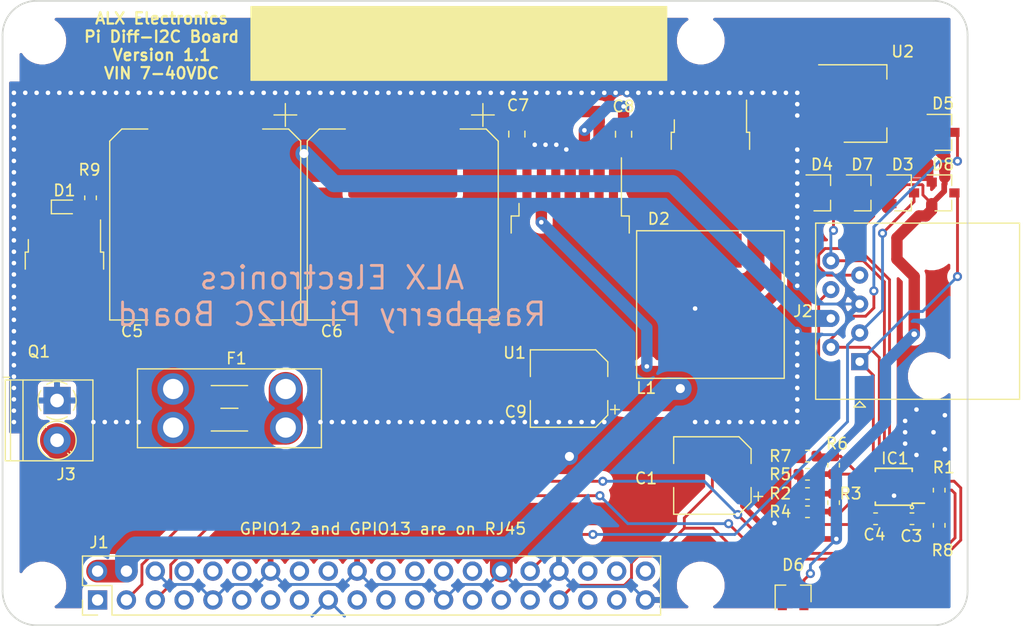
<source format=kicad_pcb>
(kicad_pcb (version 20171130) (host pcbnew "(5.1.6)-1")
  (layers (0 F.Cu signal) (31 B.Cu signal) (34 B.Paste user) (35 F.Paste user) (36 B.SilkS user) (37 F.SilkS user) (38 B.Mask user) (39 F.Mask user) (44 Edge.Cuts user))
  (net 0 "")
  (net 1 GND)
  (net 2 +3V3)
  (net 3 +VDC)
  (net 4 "Net-(C8-Pad2)")
  (net 5 "Net-(C8-Pad1)")
  (net 6 +5V)
  (net 7 "Net-(D1-Pad2)")
  (net 8 "Net-(F1-Pad2)")
  (net 9 "Net-(F1-Pad1)")
  (net 10 /DSDA-)
  (net 11 /DSDA+)
  (net 12 /DSCL+)
  (net 13 /DSCL-)
  (net 14 /SCL)
  (net 15 "Net-(IC1-Pad3)")
  (net 16 /SDA)
  (net 17 "Net-(J1-Pad40)")
  (net 18 "Net-(J1-Pad38)")
  (net 19 "Net-(J1-Pad37)")
  (net 20 "Net-(J1-Pad36)")
  (net 21 "Net-(J1-Pad35)")
  (net 22 "Net-(J1-Pad31)")
  (net 23 "Net-(J1-Pad29)")
  (net 24 "Net-(J1-Pad28)")
  (net 25 "Net-(J1-Pad27)")
  (net 26 "Net-(J1-Pad26)")
  (net 27 "Net-(J1-Pad24)")
  (net 28 "Net-(J1-Pad23)")
  (net 29 "Net-(J1-Pad22)")
  (net 30 "Net-(J1-Pad21)")
  (net 31 "Net-(J1-Pad19)")
  (net 32 "Net-(J1-Pad18)")
  (net 33 "Net-(J1-Pad16)")
  (net 34 "Net-(J1-Pad15)")
  (net 35 "Net-(J1-Pad13)")
  (net 36 "Net-(J1-Pad12)")
  (net 37 "Net-(J1-Pad11)")
  (net 38 "Net-(J1-Pad10)")
  (net 39 "Net-(J1-Pad8)")
  (net 40 "Net-(J1-Pad7)")
  (net 41 "Net-(U1-Pad7)")
  (net 42 "Net-(U1-Pad5)")
  (net 43 +3.3VP)
  (net 44 "Net-(D3-Pad3)")
  (net 45 "Net-(D6-Pad3)")
  (module Fuse:Fuseholder_Blade_Mini_Keystone_3568 (layer F.Cu) (at 128.524 107.188)
    (fp_text reference F1 (at 5.576 -2.688) (layer F.SilkS))
    (fp_text value Fuse)
    (pad 2 thru_hole circle (at 9.92 3.4) (size 2.78 2.78) (drill 1.78) (layers *.Cu *.Mask) (net 8 "Net-(F1-Pad2)"))
    (pad 2 thru_hole circle (at 9.92 0) (size 2.78 2.78) (drill 1.78) (layers *.Cu *.Mask) (net 8 "Net-(F1-Pad2)"))
    (pad 1 thru_hole circle (at 0 3.4) (size 2.78 2.78) (drill 1.78) (layers *.Cu *.Mask) (net 9 "Net-(F1-Pad1)"))
    (pad 1 thru_hole circle (at 0 0) (size 2.78 2.78) (drill 1.78) (layers *.Cu *.Mask) (net 9 "Net-(F1-Pad1)"))
  )
  (module Package_TO_SOT_SMD:SOT-223-3_TabPin2 (layer F.Cu) (at 189.484 82.042)
    (fp_text reference U2 (at 3.302 -4.572) (layer F.SilkS))
    (fp_text value LM1117-3.3)
    (pad 1 smd rect (at -3.15 -2.3) (size 2 1.5) (layers F.Cu F.Paste F.Mask) (net 1 GND))
    (pad 3 smd rect (at -3.15 2.3) (size 2 1.5) (layers F.Cu F.Paste F.Mask) (net 6 +5V))
    (pad 2 smd rect (at -3.15 0) (size 2 1.5) (layers F.Cu F.Paste F.Mask) (net 43 +3.3VP))
    (pad 2 smd rect (at 3.15 0) (size 2 3.8) (layers F.Cu F.Paste F.Mask) (net 43 +3.3VP))
  )
  (module Package_TO_SOT_SMD:SOT-23 (layer F.Cu) (at 196.342 89.916)
    (fp_text reference D8 (at 0 -2.5) (layer F.SilkS))
    (fp_text value BAT54S)
    (pad 3 smd rect (at 1 0) (size 0.9 0.8) (layers F.Cu F.Paste F.Mask) (net 13 /DSCL-))
    (pad 2 smd rect (at -1 0.95) (size 0.9 0.8) (layers F.Cu F.Paste F.Mask) (net 43 +3.3VP))
    (pad 1 smd rect (at -1 -0.95) (size 0.9 0.8) (layers F.Cu F.Paste F.Mask) (net 1 GND))
  )
  (module Package_TO_SOT_SMD:SOT-23 (layer F.Cu) (at 189.23 89.916)
    (fp_text reference D7 (at 0 -2.5) (layer F.SilkS))
    (fp_text value BAT54S)
    (pad 3 smd rect (at 1 0) (size 0.9 0.8) (layers F.Cu F.Paste F.Mask) (net 10 /DSDA-))
    (pad 2 smd rect (at -1 0.95) (size 0.9 0.8) (layers F.Cu F.Paste F.Mask) (net 43 +3.3VP))
    (pad 1 smd rect (at -1 -0.95) (size 0.9 0.8) (layers F.Cu F.Paste F.Mask) (net 1 GND))
  )
  (module Package_TO_SOT_SMD:SOT-23 (layer F.Cu) (at 183.134 125.222 90)
    (fp_text reference D6 (at 2.54 0 180) (layer F.SilkS))
    (fp_text value BAT54S)
    (pad 3 smd rect (at 1 0 90) (size 0.9 0.8) (layers F.Cu F.Paste F.Mask) (net 45 "Net-(D6-Pad3)"))
    (pad 2 smd rect (at -1 0.95 90) (size 0.9 0.8) (layers F.Cu F.Paste F.Mask) (net 43 +3.3VP))
    (pad 1 smd rect (at -1 -0.95 90) (size 0.9 0.8) (layers F.Cu F.Paste F.Mask) (net 1 GND))
  )
  (module Package_TO_SOT_SMD:SOT-23 (layer F.Cu) (at 196.342 84.582)
    (fp_text reference D5 (at 0 -2.54) (layer F.SilkS))
    (fp_text value BAT54S)
    (pad 3 smd rect (at 1 0) (size 0.9 0.8) (layers F.Cu F.Paste F.Mask) (net 12 /DSCL+))
    (pad 2 smd rect (at -1 0.95) (size 0.9 0.8) (layers F.Cu F.Paste F.Mask) (net 43 +3.3VP))
    (pad 1 smd rect (at -1 -0.95) (size 0.9 0.8) (layers F.Cu F.Paste F.Mask) (net 1 GND))
  )
  (module Package_TO_SOT_SMD:SOT-23 (layer F.Cu) (at 185.674 89.916)
    (fp_text reference D4 (at 0 -2.5) (layer F.SilkS))
    (fp_text value BAT54S)
    (pad 3 smd rect (at 1 0) (size 0.9 0.8) (layers F.Cu F.Paste F.Mask) (net 11 /DSDA+))
    (pad 2 smd rect (at -1 0.95) (size 0.9 0.8) (layers F.Cu F.Paste F.Mask) (net 43 +3.3VP))
    (pad 1 smd rect (at -1 -0.95) (size 0.9 0.8) (layers F.Cu F.Paste F.Mask) (net 1 GND))
  )
  (module Package_TO_SOT_SMD:SOT-23 (layer F.Cu) (at 192.786 89.916)
    (fp_text reference D3 (at 0 -2.5) (layer F.SilkS))
    (fp_text value BAT54S)
    (pad 3 smd rect (at 1 0) (size 0.9 0.8) (layers F.Cu F.Paste F.Mask) (net 44 "Net-(D3-Pad3)"))
    (pad 2 smd rect (at -1 0.95) (size 0.9 0.8) (layers F.Cu F.Paste F.Mask) (net 43 +3.3VP))
    (pad 1 smd rect (at -1 -0.95) (size 0.9 0.8) (layers F.Cu F.Paste F.Mask) (net 1 GND))
  )
  (module Capacitor_SMD:CP_Elec_6.3x7.7 (layer F.Cu) (at 176.022 114.808 180)
    (fp_text reference C1 (at 5.842 -0.254) (layer F.SilkS))
    (fp_text value 330uF)
    (pad 2 smd roundrect (at 2.7 0 180) (size 3.5 1.6) (layers F.Cu F.Paste F.Mask) (roundrect_rratio 0.15625) (net 1 GND))
    (pad 1 smd roundrect (at -2.7 0 180) (size 3.5 1.6) (layers F.Cu F.Paste F.Mask) (roundrect_rratio 0.15625) (net 43 +3.3VP))
  )
  (module Resistor_SMD:R_0603_1608Metric (layer F.Cu) (at 121.25 90.35 90)
    (fp_text reference R9 (at 2.466 -0.092 180) (layer F.SilkS))
    (fp_text value 12K)
    (pad 2 smd roundrect (at 0.7875 0 90) (size 0.875 0.95) (layers F.Cu F.Paste F.Mask) (net 1 GND))
    (pad 1 smd roundrect (at -0.7875 0 90) (size 0.875 0.95) (layers F.Cu F.Paste F.Mask) (net 7 "Net-(D1-Pad2)"))
  )
  (module Connector_PinHeader_2.54mm:PinHeader_2x20_P2.54mm_Vertical (layer F.Cu) (at 121.87 125.77 90)
    (fp_text reference J1 (at 5.07 0.13 180) (layer F.SilkS))
    (fp_text value Raspberry_Pi_2_3)
    (pad 40 thru_hole oval (at 2.54 48.26 90) (size 1.7 1.7) (drill 1) (layers *.Cu *.Mask) (net 17 "Net-(J1-Pad40)"))
    (pad 39 thru_hole oval (at 0 48.26 90) (size 1.7 1.7) (drill 1) (layers *.Cu *.Mask) (net 1 GND))
    (pad 38 thru_hole oval (at 2.54 45.72 90) (size 1.7 1.7) (drill 1) (layers *.Cu *.Mask) (net 18 "Net-(J1-Pad38)"))
    (pad 37 thru_hole oval (at 0 45.72 90) (size 1.7 1.7) (drill 1) (layers *.Cu *.Mask) (net 19 "Net-(J1-Pad37)"))
    (pad 36 thru_hole oval (at 2.54 43.18 90) (size 1.7 1.7) (drill 1) (layers *.Cu *.Mask) (net 20 "Net-(J1-Pad36)"))
    (pad 35 thru_hole oval (at 0 43.18 90) (size 1.7 1.7) (drill 1) (layers *.Cu *.Mask) (net 21 "Net-(J1-Pad35)"))
    (pad 34 thru_hole oval (at 2.54 40.64 90) (size 1.7 1.7) (drill 1) (layers *.Cu *.Mask) (net 1 GND))
    (pad 33 thru_hole oval (at 0 40.64 90) (size 1.7 1.7) (drill 1) (layers *.Cu *.Mask) (net 45 "Net-(D6-Pad3)"))
    (pad 32 thru_hole oval (at 2.54 38.1 90) (size 1.7 1.7) (drill 1) (layers *.Cu *.Mask) (net 44 "Net-(D3-Pad3)"))
    (pad 31 thru_hole oval (at 0 38.1 90) (size 1.7 1.7) (drill 1) (layers *.Cu *.Mask) (net 22 "Net-(J1-Pad31)"))
    (pad 30 thru_hole oval (at 2.54 35.56 90) (size 1.7 1.7) (drill 1) (layers *.Cu *.Mask) (net 1 GND))
    (pad 29 thru_hole oval (at 0 35.56 90) (size 1.7 1.7) (drill 1) (layers *.Cu *.Mask) (net 23 "Net-(J1-Pad29)"))
    (pad 28 thru_hole oval (at 2.54 33.02 90) (size 1.7 1.7) (drill 1) (layers *.Cu *.Mask) (net 24 "Net-(J1-Pad28)"))
    (pad 27 thru_hole oval (at 0 33.02 90) (size 1.7 1.7) (drill 1) (layers *.Cu *.Mask) (net 25 "Net-(J1-Pad27)"))
    (pad 26 thru_hole oval (at 2.54 30.48 90) (size 1.7 1.7) (drill 1) (layers *.Cu *.Mask) (net 26 "Net-(J1-Pad26)"))
    (pad 25 thru_hole oval (at 0 30.48 90) (size 1.7 1.7) (drill 1) (layers *.Cu *.Mask) (net 1 GND))
    (pad 24 thru_hole oval (at 2.54 27.94 90) (size 1.7 1.7) (drill 1) (layers *.Cu *.Mask) (net 27 "Net-(J1-Pad24)"))
    (pad 23 thru_hole oval (at 0 27.94 90) (size 1.7 1.7) (drill 1) (layers *.Cu *.Mask) (net 28 "Net-(J1-Pad23)"))
    (pad 22 thru_hole oval (at 2.54 25.4 90) (size 1.7 1.7) (drill 1) (layers *.Cu *.Mask) (net 29 "Net-(J1-Pad22)"))
    (pad 21 thru_hole oval (at 0 25.4 90) (size 1.7 1.7) (drill 1) (layers *.Cu *.Mask) (net 30 "Net-(J1-Pad21)"))
    (pad 20 thru_hole oval (at 2.54 22.86 90) (size 1.7 1.7) (drill 1) (layers *.Cu *.Mask) (net 1 GND))
    (pad 19 thru_hole oval (at 0 22.86 90) (size 1.7 1.7) (drill 1) (layers *.Cu *.Mask) (net 31 "Net-(J1-Pad19)"))
    (pad 18 thru_hole oval (at 2.54 20.32 90) (size 1.7 1.7) (drill 1) (layers *.Cu *.Mask) (net 32 "Net-(J1-Pad18)"))
    (pad 17 thru_hole oval (at 0 20.32 90) (size 1.7 1.7) (drill 1) (layers *.Cu *.Mask) (net 2 +3V3))
    (pad 16 thru_hole oval (at 2.54 17.78 90) (size 1.7 1.7) (drill 1) (layers *.Cu *.Mask) (net 33 "Net-(J1-Pad16)"))
    (pad 15 thru_hole oval (at 0 17.78 90) (size 1.7 1.7) (drill 1) (layers *.Cu *.Mask) (net 34 "Net-(J1-Pad15)"))
    (pad 14 thru_hole oval (at 2.54 15.24 90) (size 1.7 1.7) (drill 1) (layers *.Cu *.Mask) (net 1 GND))
    (pad 13 thru_hole oval (at 0 15.24 90) (size 1.7 1.7) (drill 1) (layers *.Cu *.Mask) (net 35 "Net-(J1-Pad13)"))
    (pad 12 thru_hole oval (at 2.54 12.7 90) (size 1.7 1.7) (drill 1) (layers *.Cu *.Mask) (net 36 "Net-(J1-Pad12)"))
    (pad 11 thru_hole oval (at 0 12.7 90) (size 1.7 1.7) (drill 1) (layers *.Cu *.Mask) (net 37 "Net-(J1-Pad11)"))
    (pad 10 thru_hole oval (at 2.54 10.16 90) (size 1.7 1.7) (drill 1) (layers *.Cu *.Mask) (net 38 "Net-(J1-Pad10)"))
    (pad 9 thru_hole oval (at 0 10.16 90) (size 1.7 1.7) (drill 1) (layers *.Cu *.Mask) (net 1 GND))
    (pad 8 thru_hole oval (at 2.54 7.62 90) (size 1.7 1.7) (drill 1) (layers *.Cu *.Mask) (net 39 "Net-(J1-Pad8)"))
    (pad 7 thru_hole oval (at 0 7.62 90) (size 1.7 1.7) (drill 1) (layers *.Cu *.Mask) (net 40 "Net-(J1-Pad7)"))
    (pad 6 thru_hole oval (at 2.54 5.08 90) (size 1.7 1.7) (drill 1) (layers *.Cu *.Mask) (net 1 GND))
    (pad 5 thru_hole oval (at 0 5.08 90) (size 1.7 1.7) (drill 1) (layers *.Cu *.Mask) (net 14 /SCL))
    (pad 4 thru_hole oval (at 2.54 2.54 90) (size 1.7 1.7) (drill 1) (layers *.Cu *.Mask) (net 6 +5V))
    (pad 3 thru_hole oval (at 0 2.54 90) (size 1.7 1.7) (drill 1) (layers *.Cu *.Mask) (net 16 /SDA))
    (pad 2 thru_hole oval (at 2.54 0 90) (size 1.7 1.7) (drill 1) (layers *.Cu *.Mask) (net 6 +5V))
    (pad 1 thru_hole rect (at 0 0 90) (size 1.7 1.7) (drill 1) (layers *.Cu *.Mask) (net 2 +3V3))
  )
  (module MountingHole:MountingHole_3.2mm_M3 (layer F.Cu) (at 175 124.5)
    (fp_text reference H4 hide)
    (fp_text value MountingHole hide)
    (pad 1 np_thru_hole circle (at 0 0) (size 3.2 3.2) (drill 3.2) (layers *.Cu *.Mask))
  )
  (module MountingHole:MountingHole_3.2mm_M3 (layer F.Cu) (at 117 76.5)
    (fp_text reference H3 hide)
    (fp_text value MountingHole hide)
    (pad 1 np_thru_hole circle (at 0 0) (size 3.2 3.2) (drill 3.2) (layers *.Cu *.Mask))
  )
  (module MountingHole:MountingHole_3.2mm_M3 (layer F.Cu) (at 117 124.5)
    (fp_text reference H2 hide)
    (fp_text value MountingHole hide)
    (pad 1 np_thru_hole circle (at 0 0) (size 3.2 3.2) (drill 3.2) (layers *.Cu *.Mask))
  )
  (module MountingHole:MountingHole_3.2mm_M3 (layer F.Cu) (at 175 76.5)
    (fp_text reference H1 hide)
    (fp_text value MountingHole hide)
    (pad 1 np_thru_hole circle (at 0 0) (size 3.2 3.2) (drill 3.2) (layers *.Cu *.Mask))
  )
  (module Package_TO_SOT_SMD:TO-263-7_TabPin4 (layer F.Cu) (at 163.5 94.9 270)
    (fp_text reference U1 (at 9.1 4.9 180) (layer F.SilkS))
    (fp_text value LM2678)
    (pad 4 smd rect (at 3.375 0 270) (size 9.4 10.8) (layers F.Cu F.Mask) (net 1 GND))
    (pad 7 smd rect (at -5.775 3.81 270) (size 4.6 0.8) (layers F.Cu F.Paste F.Mask) (net 41 "Net-(U1-Pad7)"))
    (pad 6 smd rect (at -5.775 2.54 270) (size 4.6 0.8) (layers F.Cu F.Paste F.Mask) (net 6 +5V))
    (pad 5 smd rect (at -5.775 1.27 270) (size 4.6 0.8) (layers F.Cu F.Paste F.Mask) (net 42 "Net-(U1-Pad5)"))
    (pad 4 smd rect (at -5.775 0 270) (size 4.6 0.8) (layers F.Cu F.Paste F.Mask) (net 1 GND))
    (pad 3 smd rect (at -5.775 -1.27 270) (size 4.6 0.8) (layers F.Cu F.Paste F.Mask) (net 4 "Net-(C8-Pad2)"))
    (pad 2 smd rect (at -5.775 -2.54 270) (size 4.6 0.8) (layers F.Cu F.Paste F.Mask) (net 3 +VDC))
    (pad 1 smd rect (at -5.775 -3.81 270) (size 4.6 0.8) (layers F.Cu F.Paste F.Mask) (net 5 "Net-(C8-Pad1)"))
  )
  (module Resistor_SMD:R_0603_1608Metric (layer F.Cu) (at 196 119.2 90)
    (fp_text reference R8 (at -2.2 0.3 180) (layer F.SilkS))
    (fp_text value 4.7k)
    (pad 2 smd roundrect (at 0.7875 0 90) (size 0.875 0.95) (layers F.Cu F.Paste F.Mask) (net 16 /SDA))
    (pad 1 smd roundrect (at -0.7875 0 90) (size 0.875 0.95) (layers F.Cu F.Paste F.Mask) (net 43 +3.3VP))
  )
  (module Resistor_SMD:R_0603_1608Metric (layer F.Cu) (at 184.4 113.1 180)
    (fp_text reference R7 (at 2.4 0) (layer F.SilkS))
    (fp_text value 390)
    (pad 2 smd roundrect (at 0.7875 0 180) (size 0.875 0.95) (layers F.Cu F.Paste F.Mask) (net 1 GND))
    (pad 1 smd roundrect (at -0.7875 0 180) (size 0.875 0.95) (layers F.Cu F.Paste F.Mask) (net 13 /DSCL-))
  )
  (module Resistor_SMD:R_0603_1608Metric (layer F.Cu) (at 186.7 113.9 90)
    (fp_text reference R6 (at 1.9 0.3 180) (layer F.SilkS))
    (fp_text value 100)
    (pad 2 smd roundrect (at 0.7875 0 90) (size 0.875 0.95) (layers F.Cu F.Paste F.Mask) (net 13 /DSCL-))
    (pad 1 smd roundrect (at -0.7875 0 90) (size 0.875 0.95) (layers F.Cu F.Paste F.Mask) (net 12 /DSCL+))
  )
  (module Resistor_SMD:R_0603_1608Metric (layer F.Cu) (at 184.4 114.7)
    (fp_text reference R5 (at -2.4 0) (layer F.SilkS))
    (fp_text value 390)
    (pad 2 smd roundrect (at 0.7875 0) (size 0.875 0.95) (layers F.Cu F.Paste F.Mask) (net 12 /DSCL+))
    (pad 1 smd roundrect (at -0.7875 0) (size 0.875 0.95) (layers F.Cu F.Paste F.Mask) (net 43 +3.3VP))
  )
  (module Resistor_SMD:R_0603_1608Metric (layer F.Cu) (at 184.4 118 180)
    (fp_text reference R4 (at 2.4 0) (layer F.SilkS))
    (fp_text value 390)
    (pad 2 smd roundrect (at 0.7875 0 180) (size 0.875 0.95) (layers F.Cu F.Paste F.Mask) (net 1 GND))
    (pad 1 smd roundrect (at -0.7875 0 180) (size 0.875 0.95) (layers F.Cu F.Paste F.Mask) (net 10 /DSDA-))
  )
  (module Resistor_SMD:R_0603_1608Metric (layer F.Cu) (at 186.7 117.2 270)
    (fp_text reference R3 (at -0.8 -1.5 180) (layer F.SilkS))
    (fp_text value 100)
    (pad 2 smd roundrect (at 0.7875 0 270) (size 0.875 0.95) (layers F.Cu F.Paste F.Mask) (net 10 /DSDA-))
    (pad 1 smd roundrect (at -0.7875 0 270) (size 0.875 0.95) (layers F.Cu F.Paste F.Mask) (net 11 /DSDA+))
  )
  (module Resistor_SMD:R_0603_1608Metric (layer F.Cu) (at 184.4 116.4)
    (fp_text reference R2 (at -2.4 0) (layer F.SilkS))
    (fp_text value 390)
    (pad 2 smd roundrect (at 0.7875 0) (size 0.875 0.95) (layers F.Cu F.Paste F.Mask) (net 11 /DSDA+))
    (pad 1 smd roundrect (at -0.7875 0) (size 0.875 0.95) (layers F.Cu F.Paste F.Mask) (net 43 +3.3VP))
  )
  (module Resistor_SMD:R_0603_1608Metric (layer F.Cu) (at 196 116.1 90)
    (fp_text reference R1 (at 2 0.4 180) (layer F.SilkS))
    (fp_text value 4.7k)
    (pad 2 smd roundrect (at 0.7875 0 90) (size 0.875 0.95) (layers F.Cu F.Paste F.Mask) (net 14 /SCL))
    (pad 1 smd roundrect (at -0.7875 0 90) (size 0.875 0.95) (layers F.Cu F.Paste F.Mask) (net 43 +3.3VP))
  )
  (module Package_TO_SOT_SMD:TO-252-2 (layer F.Cu) (at 118.95 97.6 270)
    (fp_text reference Q1 (at 6.3 2.25 180) (layer F.SilkS))
    (fp_text value SUD19P06-60)
    (pad 2 smd rect (at 2.1 0 270) (size 6.4 5.8) (layers F.Cu F.Mask) (net 9 "Net-(F1-Pad1)"))
    (pad 3 smd rect (at -4.2 2.28 270) (size 2.2 1.2) (layers F.Cu F.Paste F.Mask) (net 3 +VDC))
    (pad 1 smd rect (at -4.2 -2.28 270) (size 2.2 1.2) (layers F.Cu F.Paste F.Mask) (net 7 "Net-(D1-Pad2)"))
  )
  (module Inductors:Coilcraft_MSS1210 (layer F.Cu) (at 175.85 99.75)
    (fp_text reference L1 (at -5.65 7.35) (layer F.SilkS))
    (fp_text value 15uH)
    (pad 2 smd trapezoid (at 0 4.75) (size 5.5 3) (layers F.Cu F.Paste F.Mask) (net 6 +5V))
    (pad 1 smd trapezoid (at 0 -4.75) (size 5.5 3) (layers F.Cu F.Paste F.Mask) (net 5 "Net-(C8-Pad1)"))
  )
  (module TerminalBlock_Phoenix:TerminalBlock_Phoenix_PT-1,5-2-3.5-H_1x02_P3.50mm_Horizontal (layer F.Cu) (at 118.3 108.204 270)
    (fp_text reference J3 (at 6.5 -0.8 180) (layer F.SilkS))
    (fp_text value Conn_01x02)
    (pad 2 thru_hole circle (at 3.5 0 270) (size 2.4 2.4) (drill 1.2) (layers *.Cu *.Mask) (net 8 "Net-(F1-Pad2)"))
    (pad 1 thru_hole rect (at 0 0 270) (size 2.4 2.4) (drill 1.2) (layers *.Cu *.Mask) (net 1 GND))
  )
  (module Connector_RJ:RJ45_Amphenol_54602-x08_Horizontal (layer F.Cu) (at 189 104.7825 90)
    (fp_text reference J2 (at 4.445 -5 180) (layer F.SilkS))
    (fp_text value 8P8C)
    (pad 8 thru_hole circle (at 8.89 -2.54 90) (size 1.5 1.5) (drill 0.76) (layers *.Cu *.Mask) (net 11 /DSDA+))
    (pad 7 thru_hole circle (at 7.62 0 90) (size 1.5 1.5) (drill 0.76) (layers *.Cu *.Mask) (net 10 /DSDA-))
    (pad 6 thru_hole circle (at 6.35 -2.54 90) (size 1.5 1.5) (drill 0.76) (layers *.Cu *.Mask) (net 45 "Net-(D6-Pad3)"))
    (pad 5 thru_hole circle (at 5.08 0 90) (size 1.5 1.5) (drill 0.76) (layers *.Cu *.Mask) (net 1 GND))
    (pad 4 thru_hole circle (at 3.81 -2.54 90) (size 1.5 1.5) (drill 0.76) (layers *.Cu *.Mask) (net 3 +VDC))
    (pad 3 thru_hole circle (at 2.54 0 90) (size 1.5 1.5) (drill 0.76) (layers *.Cu *.Mask) (net 44 "Net-(D3-Pad3)"))
    (pad 2 thru_hole circle (at 1.27 -2.54 90) (size 1.5 1.5) (drill 0.76) (layers *.Cu *.Mask) (net 12 /DSCL+))
    (pad 1 thru_hole rect (at 0 0 90) (size 1.5 1.5) (drill 0.76) (layers *.Cu *.Mask) (net 13 /DSCL-))
    (pad "" np_thru_hole circle (at -1.27 6.35 90) (size 3.2 3.2) (drill 3.2) (layers *.Cu *.Mask))
    (pad "" np_thru_hole circle (at 10.16 6.35 90) (size 3.2 3.2) (drill 3.2) (layers *.Cu *.Mask))
  )
  (module Package_SO:TSSOP-10_3x3mm_P0.5mm (layer F.Cu) (at 192 115.8 180)
    (fp_text reference IC1 (at -0.1 2.5) (layer F.SilkS))
    (fp_text value PCA9615DPJ)
    (pad 10 smd rect (at 2.15 -1 180) (size 1.1 0.25) (layers F.Cu F.Paste F.Mask) (net 43 +3.3VP))
    (pad 9 smd rect (at 2.15 -0.5 180) (size 1.1 0.25) (layers F.Cu F.Paste F.Mask) (net 10 /DSDA-))
    (pad 8 smd rect (at 2.15 0 180) (size 1.1 0.25) (layers F.Cu F.Paste F.Mask) (net 11 /DSDA+))
    (pad 7 smd rect (at 2.15 0.5 180) (size 1.1 0.25) (layers F.Cu F.Paste F.Mask) (net 12 /DSCL+))
    (pad 6 smd rect (at 2.15 1 180) (size 1.1 0.25) (layers F.Cu F.Paste F.Mask) (net 13 /DSCL-))
    (pad 5 smd rect (at -2.15 1 180) (size 1.1 0.25) (layers F.Cu F.Paste F.Mask) (net 1 GND))
    (pad 4 smd rect (at -2.15 0.5 180) (size 1.1 0.25) (layers F.Cu F.Paste F.Mask) (net 14 /SCL))
    (pad 3 smd rect (at -2.15 0 180) (size 1.1 0.25) (layers F.Cu F.Paste F.Mask) (net 15 "Net-(IC1-Pad3)"))
    (pad 2 smd rect (at -2.15 -0.5 180) (size 1.1 0.25) (layers F.Cu F.Paste F.Mask) (net 16 /SDA))
    (pad 1 smd rect (at -2.15 -1 180) (size 1.1 0.25) (layers F.Cu F.Paste F.Mask) (net 43 +3.3VP))
  )
  (module Package_TO_SOT_SMD:TO-252-3_TabPin2 (layer F.Cu) (at 175.85 87.05 270)
    (fp_text reference D2 (at 5.15 4.55 180) (layer F.SilkS))
    (fp_text value SBRD10200)
    (pad 2 smd rect (at 2.1 0 270) (size 6.4 5.8) (layers F.Cu F.Mask) (net 5 "Net-(C8-Pad1)"))
    (pad 3 smd rect (at -4.2 2.28 270) (size 2.2 1.2) (layers F.Cu F.Paste F.Mask) (net 1 GND))
    (pad 2 smd rect (at -4.2 0 270) (size 2.2 1.2) (layers F.Cu F.Paste F.Mask) (net 5 "Net-(C8-Pad1)"))
    (pad 1 smd rect (at -4.2 -2.28 270) (size 2.2 1.2) (layers F.Cu F.Paste F.Mask) (net 1 GND))
  )
  (module Diode_SMD:D_SOD-523 (layer F.Cu) (at 118.95 91.15)
    (fp_text reference D1 (at 0 -1.45) (layer F.SilkS))
    (fp_text value DZ2S120X0L)
    (pad 1 smd rect (at -0.7 0 180) (size 0.6 0.7) (layers F.Cu F.Paste F.Mask) (net 3 +VDC))
    (pad 2 smd rect (at 0.7 0 180) (size 0.6 0.7) (layers F.Cu F.Paste F.Mask) (net 7 "Net-(D1-Pad2)"))
  )
  (module Capacitor_SMD:CP_Elec_6.3x7.7 (layer F.Cu) (at 163.4 107.15 180)
    (fp_text reference C9 (at 4.7 -2.05) (layer F.SilkS))
    (fp_text value 330uF)
    (pad 2 smd roundrect (at 2.7 0 180) (size 3.5 1.6) (layers F.Cu F.Paste F.Mask) (roundrect_rratio 0.15625) (net 1 GND))
    (pad 1 smd roundrect (at -2.7 0 180) (size 3.5 1.6) (layers F.Cu F.Paste F.Mask) (roundrect_rratio 0.15625) (net 6 +5V))
  )
  (module Capacitor_SMD:C_0805_2012Metric (layer F.Cu) (at 168.2 84.75 90)
    (fp_text reference C8 (at 2.45 0 180) (layer F.SilkS))
    (fp_text value 10nF)
    (pad 2 smd roundrect (at 0.9375 0 90) (size 0.975 1.4) (layers F.Cu F.Paste F.Mask) (net 4 "Net-(C8-Pad2)"))
    (pad 1 smd roundrect (at -0.9375 0 90) (size 0.975 1.4) (layers F.Cu F.Paste F.Mask) (net 5 "Net-(C8-Pad1)"))
  )
  (module Capacitor_SMD:C_0805_2012Metric (layer F.Cu) (at 158.8 84.7375 270)
    (fp_text reference C7 (at -2.5375 -0.1 180) (layer F.SilkS))
    (fp_text value 100nF)
    (pad 2 smd roundrect (at 0.9375 0 270) (size 0.975 1.4) (layers F.Cu F.Paste F.Mask) (net 1 GND))
    (pad 1 smd roundrect (at -0.9375 0 270) (size 0.975 1.4) (layers F.Cu F.Paste F.Mask) (net 3 +VDC))
  )
  (module Capacitor_SMD:CP_Elec_16x17.5 (layer F.Cu) (at 148.75 92.7 270)
    (fp_text reference C6 (at 9.4 6.25 180) (layer F.SilkS))
    (fp_text value 100uF)
    (pad 2 smd roundrect (at 6.25 0 270) (size 7.8 9.6) (layers F.Cu F.Paste F.Mask) (roundrect_rratio 0.032051) (net 1 GND))
    (pad 1 smd roundrect (at -6.25 0 270) (size 7.8 9.6) (layers F.Cu F.Paste F.Mask) (roundrect_rratio 0.032051) (net 3 +VDC))
  )
  (module Capacitor_SMD:CP_Elec_16x17.5 (layer F.Cu) (at 131.35 92.7 270)
    (fp_text reference C5 (at 9.4 6.45 180) (layer F.SilkS))
    (fp_text value 100uF)
    (pad 2 smd roundrect (at 6.25 0 270) (size 7.8 9.6) (layers F.Cu F.Paste F.Mask) (roundrect_rratio 0.032051) (net 1 GND))
    (pad 1 smd roundrect (at -6.25 0 270) (size 7.8 9.6) (layers F.Cu F.Paste F.Mask) (roundrect_rratio 0.032051) (net 3 +VDC))
  )
  (module Capacitor_SMD:C_0603_1608Metric (layer F.Cu) (at 190.4 118.618)
    (fp_text reference C4 (at -0.1 1.4) (layer F.SilkS))
    (fp_text value 1uF)
    (pad 2 smd roundrect (at 0.7875 0) (size 0.875 0.95) (layers F.Cu F.Paste F.Mask) (net 1 GND))
    (pad 1 smd roundrect (at -0.7875 0) (size 0.875 0.95) (layers F.Cu F.Paste F.Mask) (net 43 +3.3VP))
  )
  (module Capacitor_SMD:C_0603_1608Metric (layer F.Cu) (at 193.6 118.618 180)
    (fp_text reference C3 (at 0.052 -1.524) (layer F.SilkS))
    (fp_text value 0.1uF)
    (pad 2 smd roundrect (at 0.7875 0 180) (size 0.875 0.95) (layers F.Cu F.Paste F.Mask) (net 1 GND))
    (pad 1 smd roundrect (at -0.7875 0 180) (size 0.875 0.95) (layers F.Cu F.Paste F.Mask) (net 43 +3.3VP))
  )
  (gr_text "ALX Electronics\nPi Diff-I2C Board\nVersion 1.1\nVIN 7-40VDC" (at 127.508 76.962) (layer F.SilkS) (effects (font (size 1 1) (thickness 0.2))))
  (gr_circle (center 193.6 117.6) (end 193.5 117.5) (layer F.SilkS) (width 0.12))
  (gr_text "GPIO12 and GPIO13 are on RJ45" (at 147 119.5) (layer F.SilkS) (effects (font (size 1 1))))
  (gr_text "ALX Electronics\nRaspberry Pi DI2C Board" (at 142.5 99) (layer B.SilkS) (effects (font (size 2 2) (thickness 0.25)) (justify mirror)))
  (gr_poly (pts (xy 172 80) (xy 135.382 80) (xy 135.382 73.5) (xy 172 73.5)) (layer F.SilkS) (width 0.1))
  (gr_line (start 198.5 125) (end 198.5 76) (layer Edge.Cuts) (width 0.15))
  (gr_line (start 113.5 125) (end 113.5 76) (layer Edge.Cuts) (width 0.15))
  (gr_line (start 195.5 73) (end 116.5 73) (layer Edge.Cuts) (width 0.15))
  (gr_arc (start 195.5 76) (end 198.5 76) (angle -90) (layer Edge.Cuts) (width 0.15))
  (gr_arc (start 116.5 76) (end 116.5 73) (angle -90) (layer Edge.Cuts) (width 0.15))
  (gr_arc (start 195.5 125) (end 195.5 128) (angle -90) (layer Edge.Cuts) (width 0.15))
  (gr_arc (start 116.5 125) (end 113.5 125) (angle -90) (layer Edge.Cuts) (width 0.15))
  (gr_line (start 116.5 128) (end 195.5 128) (layer Edge.Cuts) (width 0.15))
  (via (at 149.5 110.1) (size 0.8) (drill 0.4) (layers F.Cu B.Cu) (net 1))
  (via (at 148.5 110.1) (size 0.8) (drill 0.4) (layers F.Cu B.Cu) (net 1))
  (via (at 151.5 110.1) (size 0.8) (drill 0.4) (layers F.Cu B.Cu) (net 1))
  (via (at 150.5 110.1) (size 0.8) (drill 0.4) (layers F.Cu B.Cu) (net 1))
  (via (at 145.5 110.1) (size 0.8) (drill 0.4) (layers F.Cu B.Cu) (net 1))
  (via (at 144.5 110.1) (size 0.8) (drill 0.4) (layers F.Cu B.Cu) (net 1))
  (via (at 147.5 110.1) (size 0.8) (drill 0.4) (layers F.Cu B.Cu) (net 1))
  (via (at 146.5 110.1) (size 0.8) (drill 0.4) (layers F.Cu B.Cu) (net 1))
  (via (at 141.5 110.1) (size 0.8) (drill 0.4) (layers F.Cu B.Cu) (net 1))
  (via (at 143.5 110.1) (size 0.8) (drill 0.4) (layers F.Cu B.Cu) (net 1))
  (via (at 142.5 110.1) (size 0.8) (drill 0.4) (layers F.Cu B.Cu) (net 1))
  (segment (start 182.84999 113.86251) (end 183.6125 113.1) (width 0.25) (layer F.Cu) (net 1))
  (segment (start 182.84999 117.23749) (end 182.84999 113.86251) (width 0.25) (layer F.Cu) (net 1))
  (segment (start 183.6125 118) (end 182.84999 117.23749) (width 0.25) (layer F.Cu) (net 1))
  (segment (start 188.250001 100.949999) (end 186.8 102.4) (width 0.25) (layer B.Cu) (net 1))
  (segment (start 186.8 102.4) (end 185.273002 102.4) (width 0.25) (layer B.Cu) (net 1))
  (segment (start 189 99.7025) (end 188.250001 100.452499) (width 0.25) (layer B.Cu) (net 1))
  (segment (start 188.250001 100.452499) (end 188.250001 100.949999) (width 0.25) (layer B.Cu) (net 1))
  (segment (start 185.273002 102.4) (end 184.225001 103.448001) (width 0.25) (layer B.Cu) (net 1))
  (segment (start 189 99.7025) (end 185.2025 99.7025) (width 0.25) (layer B.Cu) (net 1))
  (segment (start 185.2025 99.7025) (end 184.2 98.7) (width 0.25) (layer B.Cu) (net 1))
  (segment (start 186.586003 96.967501) (end 184.367501 96.967501) (width 0.25) (layer B.Cu) (net 1))
  (segment (start 189 99.7025) (end 189 99.381498) (width 0.25) (layer B.Cu) (net 1))
  (segment (start 189 99.381498) (end 186.586003 96.967501) (width 0.25) (layer B.Cu) (net 1))
  (segment (start 130.665001 124.405001) (end 132.03 125.77) (width 0.25) (layer B.Cu) (net 1))
  (segment (start 128.125001 124.405001) (end 130.665001 124.405001) (width 0.25) (layer B.Cu) (net 1))
  (segment (start 126.95 123.23) (end 128.125001 124.405001) (width 0.25) (layer B.Cu) (net 1))
  (segment (start 133.394999 124.405001) (end 132.03 125.77) (width 0.25) (layer B.Cu) (net 1))
  (segment (start 135.934999 124.405001) (end 133.394999 124.405001) (width 0.25) (layer B.Cu) (net 1))
  (segment (start 137.11 123.23) (end 135.934999 124.405001) (width 0.25) (layer B.Cu) (net 1))
  (segment (start 143.554999 124.405001) (end 144.73 123.23) (width 0.25) (layer B.Cu) (net 1))
  (segment (start 138.285001 124.405001) (end 143.554999 124.405001) (width 0.25) (layer B.Cu) (net 1))
  (segment (start 137.11 123.23) (end 138.285001 124.405001) (width 0.25) (layer B.Cu) (net 1))
  (segment (start 150.985001 124.405001) (end 152.35 125.77) (width 0.25) (layer B.Cu) (net 1))
  (segment (start 145.905001 124.405001) (end 150.985001 124.405001) (width 0.25) (layer B.Cu) (net 1))
  (segment (start 144.73 123.23) (end 145.905001 124.405001) (width 0.25) (layer B.Cu) (net 1))
  (segment (start 156.254999 124.405001) (end 157.43 123.23) (width 0.25) (layer B.Cu) (net 1))
  (segment (start 153.714999 124.405001) (end 156.254999 124.405001) (width 0.25) (layer B.Cu) (net 1))
  (segment (start 152.35 125.77) (end 153.714999 124.405001) (width 0.25) (layer B.Cu) (net 1))
  (segment (start 161.334999 124.405001) (end 162.51 123.23) (width 0.25) (layer B.Cu) (net 1))
  (segment (start 158.605001 124.405001) (end 161.334999 124.405001) (width 0.25) (layer B.Cu) (net 1))
  (segment (start 157.43 123.23) (end 158.605001 124.405001) (width 0.25) (layer B.Cu) (net 1))
  (segment (start 163.874999 124.594999) (end 162.51 123.23) (width 0.25) (layer B.Cu) (net 1))
  (segment (start 168.954999 124.594999) (end 163.874999 124.594999) (width 0.25) (layer B.Cu) (net 1))
  (segment (start 170.13 125.77) (end 168.954999 124.594999) (width 0.25) (layer B.Cu) (net 1))
  (via (at 192.024 116.586) (size 0.8) (drill 0.4) (layers F.Cu B.Cu) (net 1))
  (via (at 181.5 119) (size 0.8) (drill 0.4) (layers F.Cu B.Cu) (net 1))
  (via (at 193 112) (size 0.8) (drill 0.4) (layers F.Cu B.Cu) (net 1))
  (via (at 193 111) (size 0.8) (drill 0.4) (layers F.Cu B.Cu) (net 1))
  (via (at 193 110) (size 0.8) (drill 0.4) (layers F.Cu B.Cu) (net 1))
  (via (at 194 109) (size 0.8) (drill 0.4) (layers F.Cu B.Cu) (net 1))
  (via (at 194 113) (size 0.8) (drill 0.4) (layers F.Cu B.Cu) (net 1))
  (via (at 196.5 109.5) (size 0.8) (drill 0.4) (layers F.Cu B.Cu) (net 1))
  (via (at 196.5 112.5) (size 0.8) (drill 0.4) (layers F.Cu B.Cu) (net 1))
  (via (at 195.5 111) (size 0.8) (drill 0.4) (layers F.Cu B.Cu) (net 1))
  (segment (start 163.5 89.125) (end 163.5 98.275) (width 1) (layer F.Cu) (net 1))
  (segment (start 162.825 98.95) (end 163.5 98.275) (width 5) (layer F.Cu) (net 1))
  (segment (start 162.740002 85.675) (end 162.275 85.675) (width 1) (layer F.Cu) (net 1))
  (segment (start 163.5 86.434998) (end 163.157501 86.092499) (width 1) (layer F.Cu) (net 1))
  (segment (start 163.5 89.125) (end 163.5 86.434998) (width 1) (layer F.Cu) (net 1))
  (segment (start 131.35 98.95) (end 130.55 98.95) (width 3) (layer F.Cu) (net 1))
  (segment (start 121.9625 89.5625) (end 131.35 98.95) (width 1) (layer F.Cu) (net 1))
  (segment (start 121.25 89.5625) (end 121.9625 89.5625) (width 1) (layer F.Cu) (net 1))
  (segment (start 163.157501 86.092499) (end 162.740002 85.675) (width 1) (layer F.Cu) (net 1))
  (via (at 163.157501 86.092499) (size 0.8) (drill 0.4) (layers F.Cu B.Cu) (net 1))
  (segment (start 162.275 85.675) (end 161.325 85.675) (width 1) (layer F.Cu) (net 1))
  (via (at 162.275 85.675) (size 0.8) (drill 0.4) (layers F.Cu B.Cu) (net 1))
  (segment (start 161.325 85.675) (end 160.375 85.675) (width 1) (layer F.Cu) (net 1))
  (via (at 161.325 85.675) (size 0.8) (drill 0.4) (layers F.Cu B.Cu) (net 1))
  (segment (start 160.375 85.675) (end 158.8 85.675) (width 1) (layer F.Cu) (net 1))
  (via (at 160.375 85.675) (size 0.8) (drill 0.4) (layers F.Cu B.Cu) (net 1))
  (segment (start 173.57 82.169998) (end 173.57 82.85) (width 1) (layer F.Cu) (net 1))
  (segment (start 178.13 82.85) (end 178.13 82.35) (width 1) (layer F.Cu) (net 1))
  (segment (start 160.7 107.15) (end 156.7 107.15) (width 1) (layer F.Cu) (net 1))
  (segment (start 156.15 106.6) (end 156.15 98.95) (width 1) (layer F.Cu) (net 1))
  (segment (start 156.7 107.15) (end 156.15 106.6) (width 1) (layer F.Cu) (net 1))
  (segment (start 131.35 98.95) (end 156.15 98.95) (width 5) (layer F.Cu) (net 1))
  (segment (start 156.15 98.95) (end 162.825 98.95) (width 5) (layer F.Cu) (net 1))
  (via (at 114.5 81.1) (size 0.8) (drill 0.4) (layers F.Cu B.Cu) (net 1))
  (via (at 115.5 81.1) (size 0.8) (drill 0.4) (layers F.Cu B.Cu) (net 1))
  (via (at 116.5 81.1) (size 0.8) (drill 0.4) (layers F.Cu B.Cu) (net 1))
  (via (at 117.5 81.1) (size 0.8) (drill 0.4) (layers F.Cu B.Cu) (net 1))
  (via (at 118.5 81.1) (size 0.8) (drill 0.4) (layers F.Cu B.Cu) (net 1))
  (via (at 119.5 81.1) (size 0.8) (drill 0.4) (layers F.Cu B.Cu) (net 1))
  (via (at 120.5 81.1) (size 0.8) (drill 0.4) (layers F.Cu B.Cu) (net 1))
  (via (at 121.5 81.1) (size 0.8) (drill 0.4) (layers F.Cu B.Cu) (net 1))
  (via (at 122.5 81.1) (size 0.8) (drill 0.4) (layers F.Cu B.Cu) (net 1))
  (via (at 123.5 81.1) (size 0.8) (drill 0.4) (layers F.Cu B.Cu) (net 1))
  (via (at 124.5 81.1) (size 0.8) (drill 0.4) (layers F.Cu B.Cu) (net 1))
  (via (at 125.5 81.1) (size 0.8) (drill 0.4) (layers F.Cu B.Cu) (net 1))
  (via (at 126.5 81.1) (size 0.8) (drill 0.4) (layers F.Cu B.Cu) (net 1))
  (via (at 127.5 81.1) (size 0.8) (drill 0.4) (layers F.Cu B.Cu) (net 1))
  (via (at 128.5 81.1) (size 0.8) (drill 0.4) (layers F.Cu B.Cu) (net 1))
  (via (at 129.5 81.1) (size 0.8) (drill 0.4) (layers F.Cu B.Cu) (net 1))
  (via (at 130.5 81.1) (size 0.8) (drill 0.4) (layers F.Cu B.Cu) (net 1))
  (via (at 131.5 81.1) (size 0.8) (drill 0.4) (layers F.Cu B.Cu) (net 1))
  (via (at 133.5 81.1) (size 0.8) (drill 0.4) (layers F.Cu B.Cu) (net 1))
  (via (at 132.5 81.1) (size 0.8) (drill 0.4) (layers F.Cu B.Cu) (net 1))
  (via (at 134.5 81.1) (size 0.8) (drill 0.4) (layers F.Cu B.Cu) (net 1))
  (via (at 135.5 81.1) (size 0.8) (drill 0.4) (layers F.Cu B.Cu) (net 1))
  (via (at 136.5 81.1) (size 0.8) (drill 0.4) (layers F.Cu B.Cu) (net 1))
  (via (at 137.5 81.1) (size 0.8) (drill 0.4) (layers F.Cu B.Cu) (net 1))
  (via (at 138.5 81.1) (size 0.8) (drill 0.4) (layers F.Cu B.Cu) (net 1))
  (via (at 139.5 81.1) (size 0.8) (drill 0.4) (layers F.Cu B.Cu) (net 1))
  (via (at 140.5 81.1) (size 0.8) (drill 0.4) (layers F.Cu B.Cu) (net 1))
  (via (at 141.5 81.1) (size 0.8) (drill 0.4) (layers F.Cu B.Cu) (net 1))
  (via (at 142.5 81.1) (size 0.8) (drill 0.4) (layers F.Cu B.Cu) (net 1))
  (via (at 143.5 81.1) (size 0.8) (drill 0.4) (layers F.Cu B.Cu) (net 1))
  (via (at 144.5 81.1) (size 0.8) (drill 0.4) (layers F.Cu B.Cu) (net 1))
  (via (at 145.5 81.1) (size 0.8) (drill 0.4) (layers F.Cu B.Cu) (net 1))
  (via (at 146.5 81.1) (size 0.8) (drill 0.4) (layers F.Cu B.Cu) (net 1))
  (via (at 148.5 81.1) (size 0.8) (drill 0.4) (layers F.Cu B.Cu) (net 1))
  (via (at 147.5 81.1) (size 0.8) (drill 0.4) (layers F.Cu B.Cu) (net 1))
  (via (at 149.5 81.1) (size 0.8) (drill 0.4) (layers F.Cu B.Cu) (net 1))
  (via (at 150.5 81.1) (size 0.8) (drill 0.4) (layers F.Cu B.Cu) (net 1))
  (via (at 151.5 81.1) (size 0.8) (drill 0.4) (layers F.Cu B.Cu) (net 1))
  (via (at 152.5 81.1) (size 0.8) (drill 0.4) (layers F.Cu B.Cu) (net 1))
  (via (at 167.5 81.1) (size 0.8) (drill 0.4) (layers F.Cu B.Cu) (net 1))
  (via (at 168.5 81.1) (size 0.8) (drill 0.4) (layers F.Cu B.Cu) (net 1))
  (via (at 169.5 81.1) (size 0.8) (drill 0.4) (layers F.Cu B.Cu) (net 1))
  (via (at 170.5 81.1) (size 0.8) (drill 0.4) (layers F.Cu B.Cu) (net 1))
  (via (at 171.5 81.1) (size 0.8) (drill 0.4) (layers F.Cu B.Cu) (net 1))
  (via (at 172.5 81.1) (size 0.8) (drill 0.4) (layers F.Cu B.Cu) (net 1))
  (via (at 173.5 81.1) (size 0.8) (drill 0.4) (layers F.Cu B.Cu) (net 1))
  (via (at 174.5 81.1) (size 0.8) (drill 0.4) (layers F.Cu B.Cu) (net 1))
  (via (at 175.5 81.1) (size 0.8) (drill 0.4) (layers F.Cu B.Cu) (net 1))
  (via (at 176.5 81.1) (size 0.8) (drill 0.4) (layers F.Cu B.Cu) (net 1))
  (via (at 177.5 81.1) (size 0.8) (drill 0.4) (layers F.Cu B.Cu) (net 1))
  (via (at 178.5 81.1) (size 0.8) (drill 0.4) (layers F.Cu B.Cu) (net 1))
  (via (at 183.5 81.1) (size 0.8) (drill 0.4) (layers F.Cu B.Cu) (net 1))
  (via (at 183.5 82.1) (size 0.8) (drill 0.4) (layers F.Cu B.Cu) (net 1))
  (via (at 183.5 86.1) (size 0.8) (drill 0.4) (layers F.Cu B.Cu) (net 1))
  (via (at 183.5 87.1) (size 0.8) (drill 0.4) (layers F.Cu B.Cu) (net 1))
  (via (at 183.5 89.1) (size 0.8) (drill 0.4) (layers F.Cu B.Cu) (net 1))
  (via (at 183.5 88.1) (size 0.8) (drill 0.4) (layers F.Cu B.Cu) (net 1))
  (via (at 183.5 90.1) (size 0.8) (drill 0.4) (layers F.Cu B.Cu) (net 1))
  (via (at 183.5 91.1) (size 0.8) (drill 0.4) (layers F.Cu B.Cu) (net 1))
  (via (at 183.5 92.1) (size 0.8) (drill 0.4) (layers F.Cu B.Cu) (net 1))
  (via (at 183.5 93.1) (size 0.8) (drill 0.4) (layers F.Cu B.Cu) (net 1))
  (via (at 183.5 94.1) (size 0.8) (drill 0.4) (layers F.Cu B.Cu) (net 1))
  (via (at 183.5 95.1) (size 0.8) (drill 0.4) (layers F.Cu B.Cu) (net 1))
  (via (at 183.5 96.1) (size 0.8) (drill 0.4) (layers F.Cu B.Cu) (net 1))
  (via (at 183.5 97.1) (size 0.8) (drill 0.4) (layers F.Cu B.Cu) (net 1))
  (via (at 183.5 98.1) (size 0.8) (drill 0.4) (layers F.Cu B.Cu) (net 1))
  (via (at 183.5 102.1) (size 0.8) (drill 0.4) (layers F.Cu B.Cu) (net 1))
  (via (at 183.5 103.1) (size 0.8) (drill 0.4) (layers F.Cu B.Cu) (net 1))
  (via (at 183.5 104.1) (size 0.8) (drill 0.4) (layers F.Cu B.Cu) (net 1))
  (via (at 183.5 105.1) (size 0.8) (drill 0.4) (layers F.Cu B.Cu) (net 1))
  (via (at 183.5 106.1) (size 0.8) (drill 0.4) (layers F.Cu B.Cu) (net 1))
  (via (at 183.5 107.1) (size 0.8) (drill 0.4) (layers F.Cu B.Cu) (net 1))
  (via (at 183.5 108.1) (size 0.8) (drill 0.4) (layers F.Cu B.Cu) (net 1))
  (via (at 183.5 109.1) (size 0.8) (drill 0.4) (layers F.Cu B.Cu) (net 1))
  (via (at 183.5 110.1) (size 0.8) (drill 0.4) (layers F.Cu B.Cu) (net 1))
  (via (at 178.5 110.1) (size 0.8) (drill 0.4) (layers F.Cu B.Cu) (net 1))
  (via (at 177.5 110.1) (size 0.8) (drill 0.4) (layers F.Cu B.Cu) (net 1))
  (via (at 176.5 110.1) (size 0.8) (drill 0.4) (layers F.Cu B.Cu) (net 1))
  (via (at 175.5 110.1) (size 0.8) (drill 0.4) (layers F.Cu B.Cu) (net 1))
  (via (at 174.5 110.1) (size 0.8) (drill 0.4) (layers F.Cu B.Cu) (net 1))
  (via (at 166.5 110.1) (size 0.8) (drill 0.4) (layers F.Cu B.Cu) (net 1))
  (via (at 165.5 110.1) (size 0.8) (drill 0.4) (layers F.Cu B.Cu) (net 1))
  (via (at 164.5 110.1) (size 0.8) (drill 0.4) (layers F.Cu B.Cu) (net 1))
  (via (at 163.5 110.1) (size 0.8) (drill 0.4) (layers F.Cu B.Cu) (net 1))
  (via (at 162.5 110.1) (size 0.8) (drill 0.4) (layers F.Cu B.Cu) (net 1))
  (via (at 161.5 110.1) (size 0.8) (drill 0.4) (layers F.Cu B.Cu) (net 1))
  (via (at 160.5 110.1) (size 0.8) (drill 0.4) (layers F.Cu B.Cu) (net 1))
  (via (at 159.5 110.1) (size 0.8) (drill 0.4) (layers F.Cu B.Cu) (net 1))
  (via (at 158.5 110.1) (size 0.8) (drill 0.4) (layers F.Cu B.Cu) (net 1))
  (via (at 157.5 110.1) (size 0.8) (drill 0.4) (layers F.Cu B.Cu) (net 1))
  (via (at 156.5 110.1) (size 0.8) (drill 0.4) (layers F.Cu B.Cu) (net 1))
  (via (at 155.5 110.1) (size 0.8) (drill 0.4) (layers F.Cu B.Cu) (net 1))
  (via (at 154.5 110.1) (size 0.8) (drill 0.4) (layers F.Cu B.Cu) (net 1))
  (via (at 153.5 110.1) (size 0.8) (drill 0.4) (layers F.Cu B.Cu) (net 1))
  (via (at 152.5 110.1) (size 0.8) (drill 0.4) (layers F.Cu B.Cu) (net 1))
  (via (at 125.5 110.1) (size 0.8) (drill 0.4) (layers F.Cu B.Cu) (net 1))
  (via (at 124.5 110.1) (size 0.8) (drill 0.4) (layers F.Cu B.Cu) (net 1))
  (via (at 123.5 110.1) (size 0.8) (drill 0.4) (layers F.Cu B.Cu) (net 1))
  (via (at 122.5 110.1) (size 0.8) (drill 0.4) (layers F.Cu B.Cu) (net 1))
  (via (at 121.5 110.1) (size 0.8) (drill 0.4) (layers F.Cu B.Cu) (net 1))
  (via (at 114.5 107.1) (size 0.8) (drill 0.4) (layers F.Cu B.Cu) (net 1))
  (via (at 114.5 106.1) (size 0.8) (drill 0.4) (layers F.Cu B.Cu) (net 1))
  (via (at 114.5 105.1) (size 0.8) (drill 0.4) (layers F.Cu B.Cu) (net 1))
  (via (at 114.5 104.1) (size 0.8) (drill 0.4) (layers F.Cu B.Cu) (net 1))
  (via (at 114.5 103.1) (size 0.8) (drill 0.4) (layers F.Cu B.Cu) (net 1))
  (via (at 114.5 102.1) (size 0.8) (drill 0.4) (layers F.Cu B.Cu) (net 1))
  (via (at 114.5 101.1) (size 0.8) (drill 0.4) (layers F.Cu B.Cu) (net 1))
  (via (at 114.5 100.1) (size 0.8) (drill 0.4) (layers F.Cu B.Cu) (net 1))
  (via (at 114.5 99.1) (size 0.8) (drill 0.4) (layers F.Cu B.Cu) (net 1))
  (via (at 114.5 98.1) (size 0.8) (drill 0.4) (layers F.Cu B.Cu) (net 1))
  (via (at 114.5 96.1) (size 0.8) (drill 0.4) (layers F.Cu B.Cu) (net 1))
  (via (at 114.5 97.1) (size 0.8) (drill 0.4) (layers F.Cu B.Cu) (net 1))
  (via (at 114.5 95.1) (size 0.8) (drill 0.4) (layers F.Cu B.Cu) (net 1))
  (via (at 114.5 94.1) (size 0.8) (drill 0.4) (layers F.Cu B.Cu) (net 1))
  (via (at 114.5 92.1) (size 0.8) (drill 0.4) (layers F.Cu B.Cu) (net 1))
  (via (at 114.5 93.1) (size 0.8) (drill 0.4) (layers F.Cu B.Cu) (net 1))
  (via (at 114.5 91.1) (size 0.8) (drill 0.4) (layers F.Cu B.Cu) (net 1))
  (via (at 114.5 90.1) (size 0.8) (drill 0.4) (layers F.Cu B.Cu) (net 1))
  (via (at 114.5 89.1) (size 0.8) (drill 0.4) (layers F.Cu B.Cu) (net 1))
  (via (at 114.5 88.1) (size 0.8) (drill 0.4) (layers F.Cu B.Cu) (net 1))
  (via (at 114.5 87.1) (size 0.8) (drill 0.4) (layers F.Cu B.Cu) (net 1))
  (via (at 114.5 86.1) (size 0.8) (drill 0.4) (layers F.Cu B.Cu) (net 1))
  (via (at 114.5 85.1) (size 0.8) (drill 0.4) (layers F.Cu B.Cu) (net 1))
  (via (at 114.5 84.1) (size 0.8) (drill 0.4) (layers F.Cu B.Cu) (net 1))
  (via (at 114.5 83.1) (size 0.8) (drill 0.4) (layers F.Cu B.Cu) (net 1))
  (via (at 114.5 82.1) (size 0.8) (drill 0.4) (layers F.Cu B.Cu) (net 1))
  (via (at 153.5 81.1) (size 0.8) (drill 0.4) (layers F.Cu B.Cu) (net 1))
  (via (at 154.5 81.1) (size 0.8) (drill 0.4) (layers F.Cu B.Cu) (net 1))
  (via (at 155.5 81.1) (size 0.8) (drill 0.4) (layers F.Cu B.Cu) (net 1))
  (via (at 156.5 81.1) (size 0.8) (drill 0.4) (layers F.Cu B.Cu) (net 1))
  (via (at 157.5 81.1) (size 0.8) (drill 0.4) (layers F.Cu B.Cu) (net 1))
  (via (at 158.5 81.1) (size 0.8) (drill 0.4) (layers F.Cu B.Cu) (net 1))
  (via (at 159.5 81.1) (size 0.8) (drill 0.4) (layers F.Cu B.Cu) (net 1))
  (via (at 160.5 81.1) (size 0.8) (drill 0.4) (layers F.Cu B.Cu) (net 1))
  (via (at 161.5 81.1) (size 0.8) (drill 0.4) (layers F.Cu B.Cu) (net 1))
  (via (at 162.5 81.1) (size 0.8) (drill 0.4) (layers F.Cu B.Cu) (net 1))
  (via (at 163.5 81.1) (size 0.8) (drill 0.4) (layers F.Cu B.Cu) (net 1))
  (via (at 164.5 81.1) (size 0.8) (drill 0.4) (layers F.Cu B.Cu) (net 1))
  (via (at 174.5 100.1) (size 0.8) (drill 0.4) (layers F.Cu B.Cu) (net 1))
  (via (at 179.5 81.1) (size 0.8) (drill 0.4) (layers F.Cu B.Cu) (net 1))
  (via (at 180.5 81.1) (size 0.8) (drill 0.4) (layers F.Cu B.Cu) (net 1))
  (via (at 181.5 81.1) (size 0.8) (drill 0.4) (layers F.Cu B.Cu) (net 1))
  (via (at 182.5 81.1) (size 0.8) (drill 0.4) (layers F.Cu B.Cu) (net 1))
  (via (at 179.5 110.1) (size 0.8) (drill 0.4) (layers F.Cu B.Cu) (net 1))
  (via (at 180.5 110.1) (size 0.8) (drill 0.4) (layers F.Cu B.Cu) (net 1))
  (via (at 181.5 110.1) (size 0.8) (drill 0.4) (layers F.Cu B.Cu) (net 1))
  (via (at 182.5 110.1) (size 0.8) (drill 0.4) (layers F.Cu B.Cu) (net 1))
  (via (at 183.5 83.1) (size 0.8) (drill 0.4) (layers F.Cu B.Cu) (net 1))
  (via (at 166.5 81.1) (size 0.8) (drill 0.4) (layers F.Cu B.Cu) (net 1))
  (via (at 165.5 81.1) (size 0.8) (drill 0.4) (layers F.Cu B.Cu) (net 1))
  (segment (start 188.004989 88.740989) (end 188.23 88.966) (width 0.25) (layer F.Cu) (net 1))
  (segment (start 184.899011 88.740989) (end 188.004989 88.740989) (width 0.25) (layer F.Cu) (net 1))
  (segment (start 184.674 88.966) (end 184.899011 88.740989) (width 0.25) (layer F.Cu) (net 1))
  (segment (start 191.560989 88.740989) (end 191.786 88.966) (width 0.25) (layer F.Cu) (net 1))
  (segment (start 188.455011 88.740989) (end 191.560989 88.740989) (width 0.25) (layer F.Cu) (net 1))
  (segment (start 188.23 88.966) (end 188.455011 88.740989) (width 0.25) (layer F.Cu) (net 1))
  (segment (start 195.116989 88.740989) (end 195.342 88.966) (width 0.25) (layer F.Cu) (net 1))
  (segment (start 191.786 88.966) (end 192.011011 88.740989) (width 0.25) (layer F.Cu) (net 1))
  (segment (start 192.011011 88.740989) (end 195.116989 88.740989) (width 0.25) (layer F.Cu) (net 1))
  (via (at 163.432197 113.12807) (size 1.5) (drill 0.8) (layers F.Cu B.Cu) (net 1))
  (segment (start 193.35 114.8) (end 193.3 114.85) (width 0.25) (layer F.Cu) (net 1))
  (segment (start 193.274999 118.155501) (end 192.8125 118.618) (width 0.25) (layer F.Cu) (net 1))
  (segment (start 194.15 114.8) (end 193.35 114.8) (width 0.25) (layer F.Cu) (net 1))
  (segment (start 193.3 114.85) (end 193.3 114.889998) (width 0.25) (layer F.Cu) (net 1))
  (segment (start 193.274999 114.914999) (end 193.274999 118.155501) (width 0.25) (layer F.Cu) (net 1))
  (segment (start 193.3 114.889998) (end 193.274999 114.914999) (width 0.25) (layer F.Cu) (net 1))
  (segment (start 171.64207 113.12807) (end 163.432197 113.12807) (width 2) (layer F.Cu) (net 1))
  (segment (start 173.322 114.808) (end 171.64207 113.12807) (width 2) (layer F.Cu) (net 1))
  (segment (start 169.943998 118.186002) (end 173.322 114.808) (width 2) (layer F.Cu) (net 1))
  (segment (start 161.271917 118.186002) (end 169.943998 118.186002) (width 2) (layer F.Cu) (net 1))
  (segment (start 157.43 123.23) (end 157.43 122.027919) (width 2) (layer F.Cu) (net 1))
  (segment (start 157.43 122.027919) (end 161.271917 118.186002) (width 2) (layer F.Cu) (net 1))
  (via (at 114.5 108.1) (size 0.8) (drill 0.4) (layers F.Cu B.Cu) (net 1))
  (via (at 114.5 109.1) (size 0.8) (drill 0.4) (layers F.Cu B.Cu) (net 1))
  (via (at 114.5 110.1) (size 0.8) (drill 0.4) (layers F.Cu B.Cu) (net 1))
  (segment (start 140.76 127.2) (end 142.19 125.77) (width 0.25) (layer B.Cu) (net 2))
  (segment (start 142.19 125.77) (end 143.62 127.2) (width 0.25) (layer B.Cu) (net 2))
  (segment (start 116.67 92.73) (end 118.25 91.15) (width 1) (layer F.Cu) (net 3))
  (segment (start 116.67 93.4) (end 116.67 92.73) (width 1) (layer F.Cu) (net 3))
  (segment (start 131.35 86.45) (end 140.05 86.45) (width 5) (layer F.Cu) (net 3))
  (segment (start 116.67 93.4) (end 116.67 88.72) (width 1) (layer F.Cu) (net 3))
  (segment (start 118.94 86.45) (end 131.35 86.45) (width 3) (layer F.Cu) (net 3))
  (segment (start 116.67 88.72) (end 118.94 86.45) (width 3) (layer F.Cu) (net 3))
  (segment (start 166.04 89.125) (end 166.04 83.66782) (width 1) (layer F.Cu) (net 3))
  (segment (start 166.05 82.75) (end 160.25 82.75) (width 1) (layer F.Cu) (net 3))
  (segment (start 166.05 83.65782) (end 166.05 82.75) (width 1) (layer F.Cu) (net 3))
  (segment (start 166.04 83.66782) (end 166.05 83.65782) (width 1) (layer F.Cu) (net 3))
  (segment (start 159.2 83.8) (end 160.25 82.75) (width 1) (layer F.Cu) (net 3))
  (segment (start 158.8 83.8) (end 159.2 83.8) (width 1) (layer F.Cu) (net 3))
  (segment (start 152.45 82.75) (end 148.75 86.45) (width 1) (layer F.Cu) (net 3))
  (segment (start 160.25 82.75) (end 152.45 82.75) (width 1) (layer F.Cu) (net 3))
  (segment (start 140.05 86.45) (end 148.75 86.45) (width 5) (layer F.Cu) (net 3))
  (via (at 140.05 86.45) (size 1.5) (drill 0.8) (layers F.Cu B.Cu) (net 3))
  (segment (start 184.370502 100.9725) (end 186.46 100.9725) (width 1.5) (layer B.Cu) (net 3))
  (segment (start 140.05 86.45) (end 142.7 89.1) (width 1.5) (layer B.Cu) (net 3))
  (segment (start 172.498002 89.1) (end 184.370502 100.9725) (width 1.5) (layer B.Cu) (net 3))
  (segment (start 142.7 89.1) (end 172.498002 89.1) (width 1.5) (layer B.Cu) (net 3))
  (via (at 168.2 82.3) (size 0.8) (drill 0.4) (layers F.Cu B.Cu) (net 4))
  (segment (start 168.2 83.8125) (end 168.2 82.3) (width 1) (layer F.Cu) (net 4))
  (segment (start 168.2 82.3) (end 166.85 82.3) (width 1) (layer B.Cu) (net 4))
  (via (at 164.75 84.4) (size 0.8) (drill 0.4) (layers F.Cu B.Cu) (net 4))
  (segment (start 166.85 82.3) (end 164.75 84.4) (width 1) (layer B.Cu) (net 4))
  (segment (start 164.75 89.105) (end 164.77 89.125) (width 1) (layer F.Cu) (net 4))
  (segment (start 164.75 84.4) (end 164.75 89.105) (width 1) (layer F.Cu) (net 4))
  (segment (start 175.85 82.85) (end 175.85 89.15) (width 1) (layer F.Cu) (net 5))
  (segment (start 175.85 95) (end 175.85 89.15) (width 5) (layer F.Cu) (net 5))
  (segment (start 170.85 89.15) (end 170.825 89.125) (width 5) (layer F.Cu) (net 5))
  (segment (start 175.85 89.15) (end 170.85 89.15) (width 5) (layer F.Cu) (net 5))
  (segment (start 167.31 89.125) (end 170.825 89.125) (width 1) (layer F.Cu) (net 5))
  (segment (start 168.2 88.235) (end 167.31 89.125) (width 1) (layer F.Cu) (net 5))
  (segment (start 168.2 85.6875) (end 168.2 88.235) (width 1) (layer F.Cu) (net 5))
  (segment (start 175.85 104.5) (end 173.2 107.15) (width 4) (layer F.Cu) (net 6))
  (segment (start 173.2 107.15) (end 168.3 107.15) (width 4) (layer F.Cu) (net 6))
  (segment (start 166.1 107.15) (end 168.3 107.15) (width 1) (layer F.Cu) (net 6))
  (via (at 160.95 92.5) (size 0.8) (drill 0.4) (layers F.Cu B.Cu) (net 6))
  (segment (start 160.96 89.125) (end 160.96 92.49) (width 1) (layer F.Cu) (net 6))
  (segment (start 160.96 92.49) (end 160.95 92.5) (width 1) (layer F.Cu) (net 6))
  (segment (start 168.3 107.15) (end 170.249996 105.200004) (width 1) (layer F.Cu) (net 6))
  (segment (start 170.249996 105.200004) (end 170.249996 105.199996) (width 1) (layer F.Cu) (net 6))
  (via (at 170.249996 105.199996) (size 0.8) (drill 0.4) (layers F.Cu B.Cu) (net 6))
  (segment (start 170.249996 101.799996) (end 170.249996 105.199996) (width 1) (layer B.Cu) (net 6))
  (segment (start 160.95 92.5) (end 170.249996 101.799996) (width 1) (layer B.Cu) (net 6))
  (segment (start 124.41 123.23) (end 121.87 123.23) (width 2) (layer F.Cu) (net 6))
  (via (at 173.2 107.15) (size 1.5) (drill 0.8) (layers F.Cu B.Cu) (net 6))
  (segment (start 125.25792 121.179999) (end 158.137999 121.179999) (width 2) (layer B.Cu) (net 6))
  (segment (start 124.41 122.027919) (end 125.25792 121.179999) (width 2) (layer B.Cu) (net 6))
  (segment (start 124.41 123.23) (end 124.41 122.027919) (width 2) (layer B.Cu) (net 6))
  (segment (start 158.137999 121.179999) (end 172.167998 107.15) (width 2) (layer B.Cu) (net 6))
  (segment (start 172.167998 107.15) (end 173.2 107.15) (width 2) (layer B.Cu) (net 6))
  (segment (start 182.83 84.342) (end 186.334 84.342) (width 1) (layer F.Cu) (net 6))
  (segment (start 181.61 98.74) (end 181.61 85.562) (width 1) (layer F.Cu) (net 6))
  (segment (start 181.61 85.562) (end 182.83 84.342) (width 1) (layer F.Cu) (net 6))
  (segment (start 175.85 104.5) (end 181.61 98.74) (width 1) (layer F.Cu) (net 6))
  (segment (start 121.23 91.1575) (end 121.25 91.1375) (width 1) (layer F.Cu) (net 7))
  (segment (start 121.23 93.4) (end 121.23 91.1575) (width 1) (layer F.Cu) (net 7))
  (segment (start 121.2375 91.15) (end 121.25 91.1375) (width 1) (layer F.Cu) (net 7))
  (segment (start 119.65 91.15) (end 121.2375 91.15) (width 1) (layer F.Cu) (net 7))
  (segment (start 138.444 107.188) (end 138.444 110.588) (width 3) (layer F.Cu) (net 8))
  (segment (start 121.38401 114.78801) (end 118.3 111.704) (width 3) (layer F.Cu) (net 8))
  (segment (start 130.339702 114.78801) (end 121.38401 114.78801) (width 3) (layer F.Cu) (net 8))
  (segment (start 134.539712 110.588) (end 130.339702 114.78801) (width 3) (layer F.Cu) (net 8))
  (segment (start 138.444 110.588) (end 134.539712 110.588) (width 3) (layer F.Cu) (net 8))
  (segment (start 118.95 100.85) (end 125.1 107) (width 5) (layer F.Cu) (net 9))
  (segment (start 118.95 99.7) (end 118.95 100.85) (width 5) (layer F.Cu) (net 9))
  (segment (start 128.336 107) (end 128.524 107.188) (width 5) (layer F.Cu) (net 9))
  (segment (start 125.1 107) (end 128.336 107) (width 5) (layer F.Cu) (net 9))
  (segment (start 128.524 107.188) (end 128.600001 107.264001) (width 5) (layer F.Cu) (net 9))
  (segment (start 128.600001 110.511999) (end 128.600001 110.588) (width 5) (layer F.Cu) (net 9))
  (segment (start 128.600001 107.264001) (end 128.600001 110.511999) (width 5) (layer F.Cu) (net 9))
  (segment (start 185.2 117.9875) (end 185.1875 118) (width 0.5) (layer F.Cu) (net 10))
  (segment (start 186.7 117.9875) (end 185.2 117.9875) (width 0.5) (layer F.Cu) (net 10))
  (segment (start 189.05 116.3) (end 187.3625 117.9875) (width 0.25) (layer F.Cu) (net 10))
  (segment (start 187.3625 117.9875) (end 186.7 117.9875) (width 0.25) (layer F.Cu) (net 10))
  (segment (start 189.85 116.3) (end 189.05 116.3) (width 0.25) (layer F.Cu) (net 10))
  (segment (start 186.138998 97.1625) (end 189 97.1625) (width 0.25) (layer F.Cu) (net 10))
  (segment (start 185.384999 96.408501) (end 186.138998 97.1625) (width 0.25) (layer F.Cu) (net 10))
  (segment (start 185.384999 95.376499) (end 185.384999 96.408501) (width 0.25) (layer F.Cu) (net 10))
  (segment (start 185.943999 94.817499) (end 185.384999 95.376499) (width 0.25) (layer F.Cu) (net 10))
  (segment (start 188.882411 94.817499) (end 185.943999 94.817499) (width 0.25) (layer F.Cu) (net 10))
  (segment (start 191.62502 97.560108) (end 188.882411 94.817499) (width 0.25) (layer F.Cu) (net 10))
  (segment (start 191.625021 115.557801) (end 191.62502 97.560108) (width 0.25) (layer F.Cu) (net 10))
  (segment (start 190.882822 116.3) (end 191.625021 115.557801) (width 0.25) (layer F.Cu) (net 10))
  (segment (start 189.85 116.3) (end 190.882822 116.3) (width 0.25) (layer F.Cu) (net 10))
  (segment (start 188.882411 93.311589) (end 188.882411 94.817499) (width 0.25) (layer F.Cu) (net 10))
  (segment (start 190.23 89.916) (end 190.23 91.964) (width 0.25) (layer F.Cu) (net 10))
  (segment (start 190.23 91.964) (end 188.882411 93.311589) (width 0.25) (layer F.Cu) (net 10))
  (segment (start 185.2 116.4125) (end 185.1875 116.4) (width 0.5) (layer F.Cu) (net 11))
  (segment (start 186.7 116.4125) (end 185.2 116.4125) (width 0.5) (layer F.Cu) (net 11))
  (segment (start 189.85 115.8) (end 188.8 115.8) (width 0.25) (layer F.Cu) (net 11))
  (segment (start 188.1875 116.4125) (end 186.7 116.4125) (width 0.25) (layer F.Cu) (net 11))
  (segment (start 188.8 115.8) (end 188.1875 116.4125) (width 0.25) (layer F.Cu) (net 11))
  (segment (start 189.321002 95.8925) (end 186.46 95.8925) (width 0.25) (layer F.Cu) (net 11))
  (segment (start 191.175011 115.371401) (end 191.175011 97.746509) (width 0.25) (layer F.Cu) (net 11))
  (segment (start 191.175011 97.746509) (end 189.321002 95.8925) (width 0.25) (layer F.Cu) (net 11))
  (segment (start 190.746412 115.8) (end 191.175011 115.371401) (width 0.25) (layer F.Cu) (net 11))
  (segment (start 189.85 115.8) (end 190.746412 115.8) (width 0.25) (layer F.Cu) (net 11))
  (via (at 186.69 93.218) (size 0.8) (drill 0.4) (layers F.Cu B.Cu) (net 11))
  (segment (start 186.46 95.8925) (end 186.46 93.448) (width 0.25) (layer B.Cu) (net 11))
  (segment (start 186.46 93.448) (end 186.69 93.218) (width 0.25) (layer B.Cu) (net 11))
  (segment (start 186.69 89.932) (end 186.674 89.916) (width 0.25) (layer F.Cu) (net 11))
  (segment (start 186.69 93.218) (end 186.69 89.932) (width 0.25) (layer F.Cu) (net 11))
  (segment (start 185.2 114.6875) (end 185.1875 114.7) (width 0.5) (layer F.Cu) (net 12))
  (segment (start 186.7 114.6875) (end 185.2 114.6875) (width 0.5) (layer F.Cu) (net 12))
  (segment (start 189.85 115.3) (end 188.8 115.3) (width 0.25) (layer F.Cu) (net 12))
  (segment (start 188.1875 114.6875) (end 186.7 114.6875) (width 0.25) (layer F.Cu) (net 12))
  (segment (start 188.8 115.3) (end 188.1875 114.6875) (width 0.25) (layer F.Cu) (net 12))
  (segment (start 190.725001 115.185001) (end 190.725001 104.422499) (width 0.25) (layer F.Cu) (net 12))
  (segment (start 190.725001 104.422499) (end 189.815002 103.5125) (width 0.25) (layer F.Cu) (net 12))
  (segment (start 190.610002 115.3) (end 190.725001 115.185001) (width 0.25) (layer F.Cu) (net 12))
  (segment (start 189.815002 103.5125) (end 186.46 103.5125) (width 0.25) (layer F.Cu) (net 12))
  (segment (start 189.85 115.3) (end 190.610002 115.3) (width 0.25) (layer F.Cu) (net 12))
  (via (at 190.246 98.552) (size 0.8) (drill 0.4) (layers F.Cu B.Cu) (net 12))
  (segment (start 186.46 103.5125) (end 186.46 102.8015) (width 0.25) (layer F.Cu) (net 12))
  (segment (start 188.483999 100.777501) (end 189.516001 100.777501) (width 0.25) (layer F.Cu) (net 12))
  (segment (start 186.46 102.8015) (end 188.483999 100.777501) (width 0.25) (layer F.Cu) (net 12))
  (segment (start 189.516001 100.777501) (end 190.246 100.047502) (width 0.25) (layer F.Cu) (net 12))
  (segment (start 190.246 100.047502) (end 190.246 98.552) (width 0.25) (layer F.Cu) (net 12))
  (via (at 197.612016 87.122) (size 0.8) (drill 0.4) (layers F.Cu B.Cu) (net 12))
  (segment (start 197.612 87.121984) (end 197.612016 87.122) (width 0.25) (layer F.Cu) (net 12))
  (segment (start 197.342 84.582) (end 197.612 84.852) (width 0.25) (layer F.Cu) (net 12))
  (segment (start 197.612 84.852) (end 197.612 87.121984) (width 0.25) (layer F.Cu) (net 12))
  (segment (start 197.046331 87.122) (end 197.612016 87.122) (width 0.25) (layer B.Cu) (net 12))
  (segment (start 196.030996 87.122) (end 197.046331 87.122) (width 0.25) (layer B.Cu) (net 12))
  (segment (start 190.246 98.552) (end 190.246 92.906996) (width 0.25) (layer B.Cu) (net 12))
  (segment (start 190.246 92.906996) (end 196.030996 87.122) (width 0.25) (layer B.Cu) (net 12))
  (segment (start 185.2 113.1125) (end 185.1875 113.1) (width 0.5) (layer F.Cu) (net 13))
  (segment (start 186.7 113.1125) (end 185.2 113.1125) (width 0.5) (layer F.Cu) (net 13))
  (segment (start 187.3125 113.1125) (end 186.7 113.1125) (width 0.25) (layer F.Cu) (net 13))
  (segment (start 189.85 114.8) (end 189 114.8) (width 0.25) (layer F.Cu) (net 13))
  (segment (start 189 114.8) (end 187.3125 113.1125) (width 0.25) (layer F.Cu) (net 13))
  (segment (start 190.2 105.9825) (end 189 104.7825) (width 0.25) (layer F.Cu) (net 13))
  (segment (start 189.85 114.8) (end 190.2 114.45) (width 0.25) (layer F.Cu) (net 13))
  (segment (start 190.2 114.45) (end 190.2 105.9825) (width 0.25) (layer F.Cu) (net 13))
  (via (at 197.612 97.282) (size 0.8) (drill 0.4) (layers F.Cu B.Cu) (net 13))
  (segment (start 189 104.7825) (end 193.424999 100.357501) (width 0.25) (layer B.Cu) (net 13))
  (segment (start 194.536499 100.357501) (end 197.612 97.282) (width 0.25) (layer B.Cu) (net 13))
  (segment (start 193.424999 100.357501) (end 194.536499 100.357501) (width 0.25) (layer B.Cu) (net 13))
  (segment (start 197.612 90.186) (end 197.342 89.916) (width 0.25) (layer F.Cu) (net 13))
  (segment (start 197.612 97.282) (end 197.612 90.186) (width 0.25) (layer F.Cu) (net 13))
  (segment (start 195.9875 115.3) (end 196 115.3125) (width 0.25) (layer F.Cu) (net 14))
  (segment (start 194.15 115.3) (end 195.9875 115.3) (width 0.25) (layer F.Cu) (net 14))
  (via (at 177.449997 119.050003) (size 0.8) (drill 0.4) (layers F.Cu B.Cu) (net 14))
  (segment (start 168.580003 119.050003) (end 166.116 116.586) (width 0.25) (layer B.Cu) (net 14))
  (segment (start 177.449997 119.050003) (end 168.580003 119.050003) (width 0.25) (layer B.Cu) (net 14))
  (segment (start 134.394998 116.586) (end 166.116 116.586) (width 0.25) (layer F.Cu) (net 14))
  (segment (start 128.314999 122.665999) (end 134.394998 116.586) (width 0.25) (layer F.Cu) (net 14))
  (segment (start 128.314999 124.405001) (end 128.314999 122.665999) (width 0.25) (layer F.Cu) (net 14))
  (segment (start 126.95 125.77) (end 128.314999 124.405001) (width 0.25) (layer F.Cu) (net 14))
  (via (at 166.116 116.586) (size 0.8) (drill 0.4) (layers F.Cu B.Cu) (net 14))
  (segment (start 196.226 122.174) (end 180.573994 122.174) (width 0.25) (layer F.Cu) (net 14))
  (segment (start 197.9 120.5) (end 196.226 122.174) (width 0.25) (layer F.Cu) (net 14))
  (segment (start 197.9 115.9) (end 197.9 120.5) (width 0.25) (layer F.Cu) (net 14))
  (segment (start 197.3125 115.3125) (end 197.9 115.9) (width 0.25) (layer F.Cu) (net 14))
  (segment (start 180.573994 122.174) (end 177.449997 119.050003) (width 0.25) (layer F.Cu) (net 14))
  (segment (start 196 115.3125) (end 197.3125 115.3125) (width 0.25) (layer F.Cu) (net 14))
  (segment (start 195.19999 117.61249) (end 196 118.4125) (width 0.25) (layer F.Cu) (net 16))
  (segment (start 195.19999 116.589988) (end 195.19999 117.61249) (width 0.25) (layer F.Cu) (net 16))
  (segment (start 194.910002 116.3) (end 195.19999 116.589988) (width 0.25) (layer F.Cu) (net 16))
  (segment (start 194.15 116.3) (end 194.910002 116.3) (width 0.25) (layer F.Cu) (net 16))
  (via (at 178.25 118.25) (size 0.8) (drill 0.4) (layers F.Cu B.Cu) (net 16))
  (segment (start 178.25 118.25) (end 175.316 115.316) (width 0.25) (layer B.Cu) (net 16))
  (segment (start 175.316 115.316) (end 166.37 115.316) (width 0.25) (layer B.Cu) (net 16))
  (segment (start 133.124998 115.316) (end 166.37 115.316) (width 0.25) (layer F.Cu) (net 16))
  (segment (start 125.774999 124.405001) (end 125.774999 122.665999) (width 0.25) (layer F.Cu) (net 16))
  (segment (start 125.774999 122.665999) (end 133.124998 115.316) (width 0.25) (layer F.Cu) (net 16))
  (via (at 166.37 115.316) (size 0.8) (drill 0.4) (layers F.Cu B.Cu) (net 16))
  (segment (start 124.41 125.77) (end 125.774999 124.405001) (width 0.25) (layer F.Cu) (net 16))
  (segment (start 194.910002 116.3) (end 195.110002 116.1) (width 0.25) (layer F.Cu) (net 16))
  (segment (start 197.4 120.3) (end 196.034 121.666) (width 0.25) (layer F.Cu) (net 16))
  (segment (start 197.4 116.4) (end 197.4 120.3) (width 0.25) (layer F.Cu) (net 16))
  (segment (start 181.666 121.666) (end 178.25 118.25) (width 0.25) (layer F.Cu) (net 16))
  (segment (start 197.1 116.1) (end 197.4 116.4) (width 0.25) (layer F.Cu) (net 16))
  (segment (start 195.110002 116.1) (end 197.1 116.1) (width 0.25) (layer F.Cu) (net 16))
  (segment (start 196.034 121.666) (end 181.666 121.666) (width 0.25) (layer F.Cu) (net 16))
  (segment (start 183.6125 116.4) (end 183.6125 114.7) (width 0.25) (layer F.Cu) (net 43))
  (segment (start 189.85 118.8885) (end 189.6125 119.126) (width 0.25) (layer F.Cu) (net 43))
  (segment (start 189.85 116.8) (end 189.85 118.8885) (width 0.25) (layer F.Cu) (net 43))
  (segment (start 196.80001 119.18749) (end 196 119.9875) (width 0.25) (layer F.Cu) (net 43))
  (segment (start 196.80001 117.968516) (end 196.80001 119.18749) (width 0.25) (layer F.Cu) (net 43))
  (segment (start 196 117.168506) (end 196.80001 117.968516) (width 0.25) (layer F.Cu) (net 43))
  (segment (start 196 116.8875) (end 196 117.168506) (width 0.25) (layer F.Cu) (net 43))
  (segment (start 184.37501 118.431504) (end 185.069506 119.126) (width 0.25) (layer F.Cu) (net 43))
  (segment (start 184.37501 117.16251) (end 184.37501 118.431504) (width 0.25) (layer F.Cu) (net 43))
  (segment (start 183.6125 116.4) (end 184.37501 117.16251) (width 0.25) (layer F.Cu) (net 43))
  (via (at 186.944 120.396) (size 0.8) (drill 0.4) (layers F.Cu B.Cu) (net 43))
  (segment (start 186.944 120.396) (end 186.944 119.126) (width 0.25) (layer F.Cu) (net 43))
  (segment (start 185.069506 119.126) (end 186.944 119.126) (width 0.25) (layer F.Cu) (net 43))
  (segment (start 187.454999 89.261997) (end 187.454999 90.090999) (width 0.25) (layer F.Cu) (net 43))
  (segment (start 187.384001 89.190999) (end 187.454999 89.261997) (width 0.25) (layer F.Cu) (net 43))
  (segment (start 185.963999 89.190999) (end 187.384001 89.190999) (width 0.25) (layer F.Cu) (net 43))
  (segment (start 185.449001 89.705997) (end 185.963999 89.190999) (width 0.25) (layer F.Cu) (net 43))
  (segment (start 185.449001 90.090999) (end 185.449001 89.705997) (width 0.25) (layer F.Cu) (net 43))
  (segment (start 187.454999 90.090999) (end 188.23 90.866) (width 0.25) (layer F.Cu) (net 43))
  (segment (start 184.674 90.866) (end 185.449001 90.090999) (width 0.25) (layer F.Cu) (net 43))
  (segment (start 191.010999 90.090999) (end 191.786 90.866) (width 0.25) (layer F.Cu) (net 43))
  (segment (start 191.010999 89.261997) (end 191.010999 90.090999) (width 0.25) (layer F.Cu) (net 43))
  (segment (start 189.005001 89.705997) (end 189.519999 89.190999) (width 0.25) (layer F.Cu) (net 43))
  (segment (start 189.005001 90.090999) (end 189.005001 89.705997) (width 0.25) (layer F.Cu) (net 43))
  (segment (start 190.940001 89.190999) (end 191.010999 89.261997) (width 0.25) (layer F.Cu) (net 43))
  (segment (start 189.519999 89.190999) (end 190.940001 89.190999) (width 0.25) (layer F.Cu) (net 43))
  (segment (start 188.23 90.866) (end 189.005001 90.090999) (width 0.25) (layer F.Cu) (net 43))
  (segment (start 194.566999 90.090999) (end 195.342 90.866) (width 0.25) (layer F.Cu) (net 43))
  (segment (start 194.566999 89.261997) (end 194.566999 90.090999) (width 0.25) (layer F.Cu) (net 43))
  (segment (start 194.496001 89.190999) (end 194.566999 89.261997) (width 0.25) (layer F.Cu) (net 43))
  (segment (start 193.075999 89.190999) (end 194.496001 89.190999) (width 0.25) (layer F.Cu) (net 43))
  (segment (start 191.786 90.480998) (end 193.075999 89.190999) (width 0.25) (layer F.Cu) (net 43))
  (segment (start 191.786 90.866) (end 191.786 90.480998) (width 0.25) (layer F.Cu) (net 43))
  (segment (start 186.334 82.042) (end 192.634 82.042) (width 1) (layer F.Cu) (net 43))
  (segment (start 192.634 82.824) (end 195.342 85.532) (width 1) (layer F.Cu) (net 43))
  (segment (start 192.634 82.042) (end 192.634 82.824) (width 1) (layer F.Cu) (net 43))
  (segment (start 186.944 114.427998) (end 191.262 110.109998) (width 1) (layer B.Cu) (net 43))
  (segment (start 186.944 120.396) (end 186.944 114.427998) (width 1) (layer B.Cu) (net 43))
  (segment (start 191.262 110.109998) (end 191.262 104.902) (width 1) (layer B.Cu) (net 43))
  (segment (start 191.262 104.902) (end 193.802 102.362) (width 1) (layer B.Cu) (net 43))
  (via (at 193.802 102.362) (size 1) (drill 0.5) (layers F.Cu B.Cu) (net 43))
  (segment (start 191.431999 91.220001) (end 191.786 90.866) (width 1) (layer F.Cu) (net 43))
  (segment (start 195.342 85.532) (end 196.492001 86.682001) (width 1) (layer F.Cu) (net 43))
  (segment (start 196.492001 86.682001) (end 196.492001 88.005999) (width 1) (layer F.Cu) (net 43))
  (segment (start 196.492001 88.542001) (end 196.492001 88.392) (width 1) (layer F.Cu) (net 43))
  (segment (start 196.441999 89.766001) (end 195.342 90.866) (width 0.5) (layer F.Cu) (net 43))
  (segment (start 196.441999 89.155999) (end 196.441999 89.766001) (width 0.5) (layer F.Cu) (net 43))
  (segment (start 196.492001 88.005999) (end 196.492001 89.105997) (width 0.5) (layer F.Cu) (net 43))
  (segment (start 196.492001 89.105997) (end 196.441999 89.155999) (width 0.5) (layer F.Cu) (net 43))
  (segment (start 194.818 91.948) (end 195.342 91.424) (width 1) (layer F.Cu) (net 43))
  (segment (start 193.802 97.282) (end 192.278 95.758) (width 1) (layer F.Cu) (net 43))
  (segment (start 194.211249 91.948) (end 194.818 91.948) (width 1) (layer F.Cu) (net 43))
  (segment (start 193.802 102.362) (end 193.802 97.282) (width 1) (layer F.Cu) (net 43))
  (segment (start 195.342 91.424) (end 195.342 90.866) (width 1) (layer F.Cu) (net 43))
  (segment (start 192.278 95.758) (end 192.278 93.881249) (width 1) (layer F.Cu) (net 43))
  (segment (start 192.278 93.881249) (end 194.211249 91.948) (width 1) (layer F.Cu) (net 43))
  (segment (start 184.084 126.222) (end 184.084 124.01799) (width 0.25) (layer F.Cu) (net 43))
  (segment (start 184.084 124.01799) (end 184.658 123.44399) (width 0.25) (layer F.Cu) (net 43))
  (via (at 184.658 123.44399) (size 0.8) (drill 0.4) (layers F.Cu B.Cu) (net 43))
  (segment (start 184.658 122.682) (end 184.658 123.44399) (width 0.25) (layer B.Cu) (net 43))
  (segment (start 186.944 120.396) (end 184.658 122.682) (width 0.25) (layer B.Cu) (net 43))
  (segment (start 194.15 118.3805) (end 194.3875 118.618) (width 0.25) (layer F.Cu) (net 43))
  (segment (start 194.15 116.8) (end 194.15 118.3805) (width 0.25) (layer F.Cu) (net 43))
  (segment (start 196 119.9875) (end 195.757 119.9875) (width 0.25) (layer F.Cu) (net 43))
  (segment (start 195.757 119.9875) (end 194.3875 118.618) (width 0.25) (layer F.Cu) (net 43))
  (segment (start 186.944 119.126) (end 189.6125 119.126) (width 0.25) (layer F.Cu) (net 43))
  (segment (start 190.1205 119.126) (end 189.6125 119.126) (width 0.25) (layer F.Cu) (net 43))
  (segment (start 190.6285 119.634) (end 190.1205 119.126) (width 0.25) (layer F.Cu) (net 43))
  (segment (start 194.3875 118.618) (end 193.3715 119.634) (width 0.25) (layer F.Cu) (net 43))
  (segment (start 193.3715 119.634) (end 190.6285 119.634) (width 0.25) (layer F.Cu) (net 43))
  (segment (start 178.722 117.480002) (end 181.637998 120.396) (width 0.5) (layer F.Cu) (net 43))
  (segment (start 181.637998 120.396) (end 186.944 120.396) (width 0.5) (layer F.Cu) (net 43))
  (segment (start 178.722 114.808) (end 178.722 117.480002) (width 0.5) (layer F.Cu) (net 43))
  (segment (start 159.97 123.03) (end 159.97 123.23) (width 0.25) (layer B.Cu) (net 44))
  (via (at 165.499992 120) (size 0.8) (drill 0.4) (layers F.Cu B.Cu) (net 44))
  (segment (start 163.2 120) (end 165.499992 120) (width 0.25) (layer F.Cu) (net 44))
  (segment (start 187.924999 110.075001) (end 178 120) (width 0.25) (layer B.Cu) (net 44))
  (segment (start 159.97 123.23) (end 163.2 120) (width 0.25) (layer F.Cu) (net 44))
  (segment (start 178 120) (end 165.499992 120) (width 0.25) (layer B.Cu) (net 44))
  (segment (start 187.924999 103.317501) (end 187.924999 110.075001) (width 0.25) (layer B.Cu) (net 44))
  (segment (start 189 102.2425) (end 187.924999 103.317501) (width 0.25) (layer B.Cu) (net 44))
  (segment (start 191.008004 100.234496) (end 191.008004 93.472) (width 0.25) (layer B.Cu) (net 44))
  (via (at 191.008004 93.472) (size 0.8) (drill 0.4) (layers F.Cu B.Cu) (net 44))
  (segment (start 193.786 90.694004) (end 191.008004 93.472) (width 0.25) (layer F.Cu) (net 44))
  (segment (start 189 102.2425) (end 191.008004 100.234496) (width 0.25) (layer B.Cu) (net 44))
  (segment (start 193.786 89.916) (end 193.786 90.694004) (width 0.25) (layer F.Cu) (net 44))
  (segment (start 168.269 124.48) (end 163.8 124.48) (width 0.25) (layer F.Cu) (net 45))
  (segment (start 163.8 124.48) (end 162.51 125.77) (width 0.25) (layer F.Cu) (net 45))
  (segment (start 168.9 122.5) (end 168.9 123.849) (width 0.25) (layer F.Cu) (net 45))
  (segment (start 169.5 121.9) (end 168.9 122.5) (width 0.25) (layer F.Cu) (net 45))
  (segment (start 171.1 121.9) (end 169.5 121.9) (width 0.25) (layer F.Cu) (net 45))
  (segment (start 168.9 123.849) (end 168.269 124.48) (width 0.25) (layer F.Cu) (net 45))
  (segment (start 183.134 124.222) (end 180.864 124.222) (width 0.25) (layer F.Cu) (net 45))
  (segment (start 180.864 124.222) (end 176.091 119.449) (width 0.25) (layer F.Cu) (net 45))
  (segment (start 176.091 119.449) (end 173.551 119.449) (width 0.25) (layer F.Cu) (net 45))
  (segment (start 173.551 119.449) (end 171.1 121.9) (width 0.25) (layer F.Cu) (net 45))
  (segment (start 176.022 116.078) (end 173.551 118.549) (width 0.25) (layer F.Cu) (net 45))
  (segment (start 176.022 113.792) (end 176.022 116.078) (width 0.25) (layer F.Cu) (net 45))
  (segment (start 185.384999 99.507501) (end 185.384999 110.915001) (width 0.25) (layer F.Cu) (net 45))
  (segment (start 173.551 118.549) (end 173.551 119.449) (width 0.25) (layer F.Cu) (net 45))
  (segment (start 186.46 98.4325) (end 185.384999 99.507501) (width 0.25) (layer F.Cu) (net 45))
  (segment (start 185.384999 110.915001) (end 184.4 111.9) (width 0.25) (layer F.Cu) (net 45))
  (segment (start 184.4 111.9) (end 177.914 111.9) (width 0.25) (layer F.Cu) (net 45))
  (segment (start 177.914 111.9) (end 176.022 113.792) (width 0.25) (layer F.Cu) (net 45))
  (zone (net 1) (net_name GND) (layer F.Cu) (connect_pads (clearance 0.508)) (min_thickness 0.254) (fill yes (arc_segments 32) (thermal_gap 0.508) (thermal_bridge_width 0.508))
    (polygon (pts (xy 113.5 80.1) (xy 184.5 80.1) (xy 184.5 111.1) (xy 113.5 111.1)))
  )
  (zone (net 1) (net_name GND) (layer B.Cu) (connect_pads (clearance 0.508)) (min_thickness 0.254) (fill yes (arc_segments 32) (thermal_gap 0.508) (thermal_bridge_width 0.508))
    (polygon (pts (xy 113.5 80.1) (xy 184.5 80.1) (xy 184.5 111.1) (xy 113.5 111.1)))
  )
  (zone (net 1) (net_name GND) (layer B.Cu) (connect_pads thru_hole_only (clearance 0.508)) (min_thickness 0.254) (fill yes (arc_segments 32) (thermal_gap 0.508) (thermal_bridge_width 0.508))
    (polygon (pts (xy 197 126.5) (xy 115 126.5) (xy 115 74.5) (xy 197 74.5)))
  )
  (zone (net 1) (net_name GND) (layer F.Cu) (connect_pads thru_hole_only (clearance 0.508)) (min_thickness 0.254) (fill yes (arc_segments 32) (thermal_gap 0.508) (thermal_bridge_width 0.508))
    (polygon (pts (xy 197 126.5) (xy 115 126.5) (xy 115 74.5) (xy 197 74.5)))
  )
)
</source>
